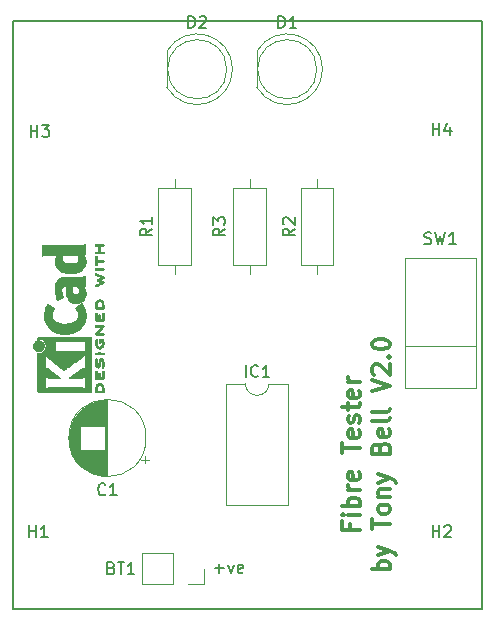
<source format=gbr>
G04 #@! TF.GenerationSoftware,KiCad,Pcbnew,(5.1.0)-1*
G04 #@! TF.CreationDate,2019-06-14T11:01:10+01:00*
G04 #@! TF.ProjectId,Fibre Tester,46696272-6520-4546-9573-7465722e6b69,rev?*
G04 #@! TF.SameCoordinates,Original*
G04 #@! TF.FileFunction,Legend,Top*
G04 #@! TF.FilePolarity,Positive*
%FSLAX46Y46*%
G04 Gerber Fmt 4.6, Leading zero omitted, Abs format (unit mm)*
G04 Created by KiCad (PCBNEW (5.1.0)-1) date 2019-06-14 11:01:10*
%MOMM*%
%LPD*%
G04 APERTURE LIST*
%ADD10C,0.300000*%
%ADD11C,0.150000*%
%ADD12C,0.010000*%
%ADD13C,0.120000*%
G04 APERTURE END LIST*
D10*
X138698857Y-76596142D02*
X138698857Y-77096142D01*
X139484571Y-77096142D02*
X137984571Y-77096142D01*
X137984571Y-76381857D01*
X139484571Y-75810428D02*
X138484571Y-75810428D01*
X137984571Y-75810428D02*
X138056000Y-75881857D01*
X138127428Y-75810428D01*
X138056000Y-75739000D01*
X137984571Y-75810428D01*
X138127428Y-75810428D01*
X139484571Y-75096142D02*
X137984571Y-75096142D01*
X138556000Y-75096142D02*
X138484571Y-74953285D01*
X138484571Y-74667571D01*
X138556000Y-74524714D01*
X138627428Y-74453285D01*
X138770285Y-74381857D01*
X139198857Y-74381857D01*
X139341714Y-74453285D01*
X139413142Y-74524714D01*
X139484571Y-74667571D01*
X139484571Y-74953285D01*
X139413142Y-75096142D01*
X139484571Y-73739000D02*
X138484571Y-73739000D01*
X138770285Y-73739000D02*
X138627428Y-73667571D01*
X138556000Y-73596142D01*
X138484571Y-73453285D01*
X138484571Y-73310428D01*
X139413142Y-72239000D02*
X139484571Y-72381857D01*
X139484571Y-72667571D01*
X139413142Y-72810428D01*
X139270285Y-72881857D01*
X138698857Y-72881857D01*
X138556000Y-72810428D01*
X138484571Y-72667571D01*
X138484571Y-72381857D01*
X138556000Y-72239000D01*
X138698857Y-72167571D01*
X138841714Y-72167571D01*
X138984571Y-72881857D01*
X137984571Y-70596142D02*
X137984571Y-69739000D01*
X139484571Y-70167571D02*
X137984571Y-70167571D01*
X139413142Y-68667571D02*
X139484571Y-68810428D01*
X139484571Y-69096142D01*
X139413142Y-69239000D01*
X139270285Y-69310428D01*
X138698857Y-69310428D01*
X138556000Y-69239000D01*
X138484571Y-69096142D01*
X138484571Y-68810428D01*
X138556000Y-68667571D01*
X138698857Y-68596142D01*
X138841714Y-68596142D01*
X138984571Y-69310428D01*
X139413142Y-68024714D02*
X139484571Y-67881857D01*
X139484571Y-67596142D01*
X139413142Y-67453285D01*
X139270285Y-67381857D01*
X139198857Y-67381857D01*
X139056000Y-67453285D01*
X138984571Y-67596142D01*
X138984571Y-67810428D01*
X138913142Y-67953285D01*
X138770285Y-68024714D01*
X138698857Y-68024714D01*
X138556000Y-67953285D01*
X138484571Y-67810428D01*
X138484571Y-67596142D01*
X138556000Y-67453285D01*
X138484571Y-66953285D02*
X138484571Y-66381857D01*
X137984571Y-66739000D02*
X139270285Y-66739000D01*
X139413142Y-66667571D01*
X139484571Y-66524714D01*
X139484571Y-66381857D01*
X139413142Y-65310428D02*
X139484571Y-65453285D01*
X139484571Y-65739000D01*
X139413142Y-65881857D01*
X139270285Y-65953285D01*
X138698857Y-65953285D01*
X138556000Y-65881857D01*
X138484571Y-65739000D01*
X138484571Y-65453285D01*
X138556000Y-65310428D01*
X138698857Y-65239000D01*
X138841714Y-65239000D01*
X138984571Y-65953285D01*
X139484571Y-64596142D02*
X138484571Y-64596142D01*
X138770285Y-64596142D02*
X138627428Y-64524714D01*
X138556000Y-64453285D01*
X138484571Y-64310428D01*
X138484571Y-64167571D01*
X142034571Y-80453285D02*
X140534571Y-80453285D01*
X141106000Y-80453285D02*
X141034571Y-80310428D01*
X141034571Y-80024714D01*
X141106000Y-79881857D01*
X141177428Y-79810428D01*
X141320285Y-79739000D01*
X141748857Y-79739000D01*
X141891714Y-79810428D01*
X141963142Y-79881857D01*
X142034571Y-80024714D01*
X142034571Y-80310428D01*
X141963142Y-80453285D01*
X141034571Y-79239000D02*
X142034571Y-78881857D01*
X141034571Y-78524714D02*
X142034571Y-78881857D01*
X142391714Y-79024714D01*
X142463142Y-79096142D01*
X142534571Y-79239000D01*
X140534571Y-77024714D02*
X140534571Y-76167571D01*
X142034571Y-76596142D02*
X140534571Y-76596142D01*
X142034571Y-75453285D02*
X141963142Y-75596142D01*
X141891714Y-75667571D01*
X141748857Y-75739000D01*
X141320285Y-75739000D01*
X141177428Y-75667571D01*
X141106000Y-75596142D01*
X141034571Y-75453285D01*
X141034571Y-75239000D01*
X141106000Y-75096142D01*
X141177428Y-75024714D01*
X141320285Y-74953285D01*
X141748857Y-74953285D01*
X141891714Y-75024714D01*
X141963142Y-75096142D01*
X142034571Y-75239000D01*
X142034571Y-75453285D01*
X141034571Y-74310428D02*
X142034571Y-74310428D01*
X141177428Y-74310428D02*
X141106000Y-74239000D01*
X141034571Y-74096142D01*
X141034571Y-73881857D01*
X141106000Y-73739000D01*
X141248857Y-73667571D01*
X142034571Y-73667571D01*
X141034571Y-73096142D02*
X142034571Y-72739000D01*
X141034571Y-72381857D02*
X142034571Y-72739000D01*
X142391714Y-72881857D01*
X142463142Y-72953285D01*
X142534571Y-73096142D01*
X141248857Y-70167571D02*
X141320285Y-69953285D01*
X141391714Y-69881857D01*
X141534571Y-69810428D01*
X141748857Y-69810428D01*
X141891714Y-69881857D01*
X141963142Y-69953285D01*
X142034571Y-70096142D01*
X142034571Y-70667571D01*
X140534571Y-70667571D01*
X140534571Y-70167571D01*
X140606000Y-70024714D01*
X140677428Y-69953285D01*
X140820285Y-69881857D01*
X140963142Y-69881857D01*
X141106000Y-69953285D01*
X141177428Y-70024714D01*
X141248857Y-70167571D01*
X141248857Y-70667571D01*
X141963142Y-68596142D02*
X142034571Y-68739000D01*
X142034571Y-69024714D01*
X141963142Y-69167571D01*
X141820285Y-69239000D01*
X141248857Y-69239000D01*
X141106000Y-69167571D01*
X141034571Y-69024714D01*
X141034571Y-68739000D01*
X141106000Y-68596142D01*
X141248857Y-68524714D01*
X141391714Y-68524714D01*
X141534571Y-69239000D01*
X142034571Y-67667571D02*
X141963142Y-67810428D01*
X141820285Y-67881857D01*
X140534571Y-67881857D01*
X142034571Y-66881857D02*
X141963142Y-67024714D01*
X141820285Y-67096142D01*
X140534571Y-67096142D01*
X140534571Y-65381857D02*
X142034571Y-64881857D01*
X140534571Y-64381857D01*
X140677428Y-63953285D02*
X140606000Y-63881857D01*
X140534571Y-63739000D01*
X140534571Y-63381857D01*
X140606000Y-63239000D01*
X140677428Y-63167571D01*
X140820285Y-63096142D01*
X140963142Y-63096142D01*
X141177428Y-63167571D01*
X142034571Y-64024714D01*
X142034571Y-63096142D01*
X141891714Y-62453285D02*
X141963142Y-62381857D01*
X142034571Y-62453285D01*
X141963142Y-62524714D01*
X141891714Y-62453285D01*
X142034571Y-62453285D01*
X140534571Y-61453285D02*
X140534571Y-61310428D01*
X140606000Y-61167571D01*
X140677428Y-61096142D01*
X140820285Y-61024714D01*
X141106000Y-60953285D01*
X141463142Y-60953285D01*
X141748857Y-61024714D01*
X141891714Y-61096142D01*
X141963142Y-61167571D01*
X142034571Y-61310428D01*
X142034571Y-61453285D01*
X141963142Y-61596142D01*
X141891714Y-61667571D01*
X141748857Y-61739000D01*
X141463142Y-61810428D01*
X141106000Y-61810428D01*
X140820285Y-61739000D01*
X140677428Y-61667571D01*
X140606000Y-61596142D01*
X140534571Y-61453285D01*
D11*
X127206523Y-80335428D02*
X127968428Y-80335428D01*
X127587476Y-80716380D02*
X127587476Y-79954476D01*
X128349380Y-80049714D02*
X128587476Y-80716380D01*
X128825571Y-80049714D01*
X129587476Y-80668761D02*
X129492238Y-80716380D01*
X129301761Y-80716380D01*
X129206523Y-80668761D01*
X129158904Y-80573523D01*
X129158904Y-80192571D01*
X129206523Y-80097333D01*
X129301761Y-80049714D01*
X129492238Y-80049714D01*
X129587476Y-80097333D01*
X129635095Y-80192571D01*
X129635095Y-80287809D01*
X129158904Y-80383047D01*
X110109000Y-34036000D02*
X110109000Y-83820000D01*
X149860000Y-34036000D02*
X110109000Y-34036000D01*
X149860000Y-83820000D02*
X149860000Y-34036000D01*
X110109000Y-83820000D02*
X149860000Y-83820000D01*
D12*
G36*
X117082533Y-52953177D02*
G01*
X117104776Y-52921798D01*
X117132485Y-52894089D01*
X117441920Y-52894089D01*
X117533799Y-52894162D01*
X117605840Y-52894505D01*
X117660780Y-52895308D01*
X117701360Y-52896759D01*
X117730317Y-52899048D01*
X117750391Y-52902364D01*
X117764321Y-52906895D01*
X117774845Y-52912831D01*
X117781100Y-52917486D01*
X117805673Y-52948217D01*
X117808341Y-52983504D01*
X117793271Y-53015755D01*
X117784374Y-53026412D01*
X117772557Y-53033536D01*
X117753526Y-53037833D01*
X117722992Y-53040009D01*
X117676662Y-53040772D01*
X117640871Y-53040845D01*
X117506045Y-53040845D01*
X117506045Y-53537556D01*
X117628700Y-53537556D01*
X117684787Y-53538069D01*
X117723333Y-53540124D01*
X117749361Y-53544492D01*
X117767897Y-53551944D01*
X117781100Y-53560953D01*
X117805604Y-53591856D01*
X117808506Y-53626804D01*
X117791089Y-53660262D01*
X117781959Y-53669396D01*
X117769855Y-53675848D01*
X117751001Y-53680103D01*
X117721620Y-53682648D01*
X117677937Y-53683971D01*
X117616175Y-53684557D01*
X117602000Y-53684625D01*
X117485631Y-53685109D01*
X117389727Y-53685359D01*
X117312177Y-53685277D01*
X117250869Y-53684769D01*
X117203690Y-53683738D01*
X117168530Y-53682087D01*
X117143276Y-53679721D01*
X117125817Y-53676543D01*
X117114041Y-53672456D01*
X117105835Y-53667366D01*
X117099645Y-53661734D01*
X117079844Y-53629872D01*
X117082533Y-53596643D01*
X117104776Y-53565265D01*
X117119126Y-53552567D01*
X117134978Y-53544474D01*
X117157554Y-53539958D01*
X117192078Y-53537994D01*
X117243776Y-53537556D01*
X117359289Y-53537556D01*
X117359289Y-53040845D01*
X117240756Y-53040845D01*
X117186148Y-53040338D01*
X117149275Y-53038302D01*
X117125307Y-53033965D01*
X117109415Y-53026553D01*
X117099645Y-53018267D01*
X117079844Y-52986406D01*
X117082533Y-52953177D01*
X117082533Y-52953177D01*
G37*
X117082533Y-52953177D02*
X117104776Y-52921798D01*
X117132485Y-52894089D01*
X117441920Y-52894089D01*
X117533799Y-52894162D01*
X117605840Y-52894505D01*
X117660780Y-52895308D01*
X117701360Y-52896759D01*
X117730317Y-52899048D01*
X117750391Y-52902364D01*
X117764321Y-52906895D01*
X117774845Y-52912831D01*
X117781100Y-52917486D01*
X117805673Y-52948217D01*
X117808341Y-52983504D01*
X117793271Y-53015755D01*
X117784374Y-53026412D01*
X117772557Y-53033536D01*
X117753526Y-53037833D01*
X117722992Y-53040009D01*
X117676662Y-53040772D01*
X117640871Y-53040845D01*
X117506045Y-53040845D01*
X117506045Y-53537556D01*
X117628700Y-53537556D01*
X117684787Y-53538069D01*
X117723333Y-53540124D01*
X117749361Y-53544492D01*
X117767897Y-53551944D01*
X117781100Y-53560953D01*
X117805604Y-53591856D01*
X117808506Y-53626804D01*
X117791089Y-53660262D01*
X117781959Y-53669396D01*
X117769855Y-53675848D01*
X117751001Y-53680103D01*
X117721620Y-53682648D01*
X117677937Y-53683971D01*
X117616175Y-53684557D01*
X117602000Y-53684625D01*
X117485631Y-53685109D01*
X117389727Y-53685359D01*
X117312177Y-53685277D01*
X117250869Y-53684769D01*
X117203690Y-53683738D01*
X117168530Y-53682087D01*
X117143276Y-53679721D01*
X117125817Y-53676543D01*
X117114041Y-53672456D01*
X117105835Y-53667366D01*
X117099645Y-53661734D01*
X117079844Y-53629872D01*
X117082533Y-53596643D01*
X117104776Y-53565265D01*
X117119126Y-53552567D01*
X117134978Y-53544474D01*
X117157554Y-53539958D01*
X117192078Y-53537994D01*
X117243776Y-53537556D01*
X117359289Y-53537556D01*
X117359289Y-53040845D01*
X117240756Y-53040845D01*
X117186148Y-53040338D01*
X117149275Y-53038302D01*
X117125307Y-53033965D01*
X117109415Y-53026553D01*
X117099645Y-53018267D01*
X117079844Y-52986406D01*
X117082533Y-52953177D01*
G36*
X117077163Y-54218935D02*
G01*
X117077542Y-54140228D01*
X117078333Y-54079137D01*
X117079670Y-54033183D01*
X117081683Y-53999886D01*
X117084506Y-53976764D01*
X117088269Y-53961338D01*
X117093105Y-53951129D01*
X117096822Y-53946187D01*
X117129358Y-53920543D01*
X117163138Y-53917441D01*
X117193826Y-53933289D01*
X117206089Y-53943652D01*
X117214450Y-53954804D01*
X117219657Y-53970965D01*
X117222457Y-53996358D01*
X117223596Y-54035202D01*
X117223821Y-54091720D01*
X117223822Y-54102820D01*
X117223822Y-54248756D01*
X117494756Y-54248756D01*
X117580154Y-54248852D01*
X117645864Y-54249289D01*
X117694774Y-54250288D01*
X117729773Y-54252072D01*
X117753749Y-54254863D01*
X117769593Y-54258883D01*
X117780191Y-54264355D01*
X117788267Y-54271334D01*
X117808112Y-54304266D01*
X117806548Y-54338646D01*
X117783906Y-54369824D01*
X117781100Y-54372114D01*
X117770492Y-54379571D01*
X117758081Y-54385253D01*
X117740850Y-54389399D01*
X117715784Y-54392250D01*
X117679867Y-54394046D01*
X117630083Y-54395028D01*
X117563417Y-54395436D01*
X117487589Y-54395511D01*
X117223822Y-54395511D01*
X117223822Y-54534873D01*
X117223418Y-54594678D01*
X117221840Y-54636082D01*
X117218547Y-54663252D01*
X117212992Y-54680354D01*
X117204631Y-54691557D01*
X117203178Y-54692917D01*
X117169939Y-54709275D01*
X117132362Y-54707828D01*
X117099645Y-54689022D01*
X117093298Y-54681750D01*
X117088266Y-54672373D01*
X117084396Y-54658391D01*
X117081537Y-54637304D01*
X117079535Y-54606611D01*
X117078239Y-54563811D01*
X117077498Y-54506405D01*
X117077158Y-54431890D01*
X117077068Y-54337767D01*
X117077067Y-54317740D01*
X117077163Y-54218935D01*
X117077163Y-54218935D01*
G37*
X117077163Y-54218935D02*
X117077542Y-54140228D01*
X117078333Y-54079137D01*
X117079670Y-54033183D01*
X117081683Y-53999886D01*
X117084506Y-53976764D01*
X117088269Y-53961338D01*
X117093105Y-53951129D01*
X117096822Y-53946187D01*
X117129358Y-53920543D01*
X117163138Y-53917441D01*
X117193826Y-53933289D01*
X117206089Y-53943652D01*
X117214450Y-53954804D01*
X117219657Y-53970965D01*
X117222457Y-53996358D01*
X117223596Y-54035202D01*
X117223821Y-54091720D01*
X117223822Y-54102820D01*
X117223822Y-54248756D01*
X117494756Y-54248756D01*
X117580154Y-54248852D01*
X117645864Y-54249289D01*
X117694774Y-54250288D01*
X117729773Y-54252072D01*
X117753749Y-54254863D01*
X117769593Y-54258883D01*
X117780191Y-54264355D01*
X117788267Y-54271334D01*
X117808112Y-54304266D01*
X117806548Y-54338646D01*
X117783906Y-54369824D01*
X117781100Y-54372114D01*
X117770492Y-54379571D01*
X117758081Y-54385253D01*
X117740850Y-54389399D01*
X117715784Y-54392250D01*
X117679867Y-54394046D01*
X117630083Y-54395028D01*
X117563417Y-54395436D01*
X117487589Y-54395511D01*
X117223822Y-54395511D01*
X117223822Y-54534873D01*
X117223418Y-54594678D01*
X117221840Y-54636082D01*
X117218547Y-54663252D01*
X117212992Y-54680354D01*
X117204631Y-54691557D01*
X117203178Y-54692917D01*
X117169939Y-54709275D01*
X117132362Y-54707828D01*
X117099645Y-54689022D01*
X117093298Y-54681750D01*
X117088266Y-54672373D01*
X117084396Y-54658391D01*
X117081537Y-54637304D01*
X117079535Y-54606611D01*
X117078239Y-54563811D01*
X117077498Y-54506405D01*
X117077158Y-54431890D01*
X117077068Y-54337767D01*
X117077067Y-54317740D01*
X117077163Y-54218935D01*
G36*
X117083877Y-54993386D02*
G01*
X117098647Y-54969673D01*
X117120227Y-54943022D01*
X117441773Y-54943022D01*
X117535830Y-54943107D01*
X117609932Y-54943471D01*
X117666704Y-54944276D01*
X117708768Y-54945687D01*
X117738748Y-54947867D01*
X117759267Y-54950979D01*
X117772949Y-54955186D01*
X117782416Y-54960652D01*
X117787082Y-54964528D01*
X117807575Y-54995966D01*
X117806739Y-55031767D01*
X117789264Y-55063127D01*
X117767684Y-55089778D01*
X117120227Y-55089778D01*
X117098647Y-55063127D01*
X117082949Y-55037406D01*
X117077067Y-55016400D01*
X117083877Y-54993386D01*
X117083877Y-54993386D01*
G37*
X117083877Y-54993386D02*
X117098647Y-54969673D01*
X117120227Y-54943022D01*
X117441773Y-54943022D01*
X117535830Y-54943107D01*
X117609932Y-54943471D01*
X117666704Y-54944276D01*
X117708768Y-54945687D01*
X117738748Y-54947867D01*
X117759267Y-54950979D01*
X117772949Y-54955186D01*
X117782416Y-54960652D01*
X117787082Y-54964528D01*
X117807575Y-54995966D01*
X117806739Y-55031767D01*
X117789264Y-55063127D01*
X117767684Y-55089778D01*
X117120227Y-55089778D01*
X117098647Y-55063127D01*
X117082949Y-55037406D01*
X117077067Y-55016400D01*
X117083877Y-54993386D01*
G36*
X117079034Y-55437335D02*
G01*
X117086035Y-55417745D01*
X117086377Y-55416990D01*
X117106678Y-55390387D01*
X117127561Y-55375730D01*
X117137352Y-55372862D01*
X117150361Y-55373004D01*
X117168895Y-55377039D01*
X117195257Y-55385854D01*
X117231752Y-55400331D01*
X117280687Y-55421355D01*
X117344365Y-55449812D01*
X117425093Y-55486585D01*
X117469216Y-55506825D01*
X117547985Y-55543375D01*
X117620423Y-55577685D01*
X117683880Y-55608448D01*
X117735708Y-55634352D01*
X117773259Y-55654090D01*
X117793884Y-55666350D01*
X117796733Y-55668776D01*
X117809302Y-55699817D01*
X117807619Y-55734879D01*
X117792332Y-55763000D01*
X117791089Y-55764146D01*
X117774154Y-55775332D01*
X117741170Y-55794096D01*
X117696380Y-55818125D01*
X117644032Y-55845103D01*
X117624742Y-55854799D01*
X117478150Y-55927986D01*
X117637393Y-56007760D01*
X117692415Y-56036233D01*
X117740132Y-56062650D01*
X117776893Y-56084852D01*
X117799044Y-56100681D01*
X117803741Y-56106046D01*
X117810102Y-56147743D01*
X117796733Y-56182151D01*
X117782446Y-56192272D01*
X117750692Y-56209786D01*
X117704597Y-56233265D01*
X117647285Y-56261280D01*
X117581880Y-56292401D01*
X117511507Y-56325201D01*
X117439291Y-56358250D01*
X117368355Y-56390119D01*
X117301825Y-56419381D01*
X117242826Y-56444605D01*
X117194481Y-56464364D01*
X117159915Y-56477228D01*
X117142253Y-56481769D01*
X117141613Y-56481723D01*
X117119388Y-56470674D01*
X117096753Y-56448590D01*
X117095768Y-56447290D01*
X117080425Y-56420147D01*
X117080574Y-56395042D01*
X117083466Y-56385632D01*
X117089718Y-56374166D01*
X117102014Y-56361990D01*
X117122908Y-56347643D01*
X117154949Y-56329664D01*
X117200688Y-56306593D01*
X117262677Y-56276970D01*
X117319898Y-56250255D01*
X117386226Y-56219520D01*
X117445874Y-56191979D01*
X117495725Y-56169062D01*
X117532664Y-56152202D01*
X117553573Y-56142827D01*
X117556845Y-56141460D01*
X117551497Y-56135311D01*
X117529109Y-56121178D01*
X117492946Y-56100943D01*
X117446277Y-56076485D01*
X117427022Y-56066752D01*
X117362004Y-56033783D01*
X117314654Y-56008357D01*
X117282219Y-55988388D01*
X117261946Y-55971790D01*
X117251082Y-55956476D01*
X117246875Y-55940360D01*
X117246400Y-55929857D01*
X117248042Y-55911330D01*
X117254831Y-55895096D01*
X117269566Y-55878965D01*
X117295044Y-55860749D01*
X117334061Y-55838261D01*
X117389414Y-55809311D01*
X117420903Y-55793338D01*
X117471087Y-55767430D01*
X117512704Y-55744833D01*
X117542242Y-55727542D01*
X117556189Y-55717550D01*
X117556770Y-55716191D01*
X117545793Y-55709739D01*
X117517290Y-55695292D01*
X117474244Y-55674297D01*
X117419638Y-55648203D01*
X117356454Y-55618454D01*
X117325071Y-55603820D01*
X117244078Y-55565750D01*
X117181756Y-55535095D01*
X117136071Y-55510263D01*
X117104989Y-55489663D01*
X117086478Y-55471702D01*
X117078504Y-55454790D01*
X117079034Y-55437335D01*
X117079034Y-55437335D01*
G37*
X117079034Y-55437335D02*
X117086035Y-55417745D01*
X117086377Y-55416990D01*
X117106678Y-55390387D01*
X117127561Y-55375730D01*
X117137352Y-55372862D01*
X117150361Y-55373004D01*
X117168895Y-55377039D01*
X117195257Y-55385854D01*
X117231752Y-55400331D01*
X117280687Y-55421355D01*
X117344365Y-55449812D01*
X117425093Y-55486585D01*
X117469216Y-55506825D01*
X117547985Y-55543375D01*
X117620423Y-55577685D01*
X117683880Y-55608448D01*
X117735708Y-55634352D01*
X117773259Y-55654090D01*
X117793884Y-55666350D01*
X117796733Y-55668776D01*
X117809302Y-55699817D01*
X117807619Y-55734879D01*
X117792332Y-55763000D01*
X117791089Y-55764146D01*
X117774154Y-55775332D01*
X117741170Y-55794096D01*
X117696380Y-55818125D01*
X117644032Y-55845103D01*
X117624742Y-55854799D01*
X117478150Y-55927986D01*
X117637393Y-56007760D01*
X117692415Y-56036233D01*
X117740132Y-56062650D01*
X117776893Y-56084852D01*
X117799044Y-56100681D01*
X117803741Y-56106046D01*
X117810102Y-56147743D01*
X117796733Y-56182151D01*
X117782446Y-56192272D01*
X117750692Y-56209786D01*
X117704597Y-56233265D01*
X117647285Y-56261280D01*
X117581880Y-56292401D01*
X117511507Y-56325201D01*
X117439291Y-56358250D01*
X117368355Y-56390119D01*
X117301825Y-56419381D01*
X117242826Y-56444605D01*
X117194481Y-56464364D01*
X117159915Y-56477228D01*
X117142253Y-56481769D01*
X117141613Y-56481723D01*
X117119388Y-56470674D01*
X117096753Y-56448590D01*
X117095768Y-56447290D01*
X117080425Y-56420147D01*
X117080574Y-56395042D01*
X117083466Y-56385632D01*
X117089718Y-56374166D01*
X117102014Y-56361990D01*
X117122908Y-56347643D01*
X117154949Y-56329664D01*
X117200688Y-56306593D01*
X117262677Y-56276970D01*
X117319898Y-56250255D01*
X117386226Y-56219520D01*
X117445874Y-56191979D01*
X117495725Y-56169062D01*
X117532664Y-56152202D01*
X117553573Y-56142827D01*
X117556845Y-56141460D01*
X117551497Y-56135311D01*
X117529109Y-56121178D01*
X117492946Y-56100943D01*
X117446277Y-56076485D01*
X117427022Y-56066752D01*
X117362004Y-56033783D01*
X117314654Y-56008357D01*
X117282219Y-55988388D01*
X117261946Y-55971790D01*
X117251082Y-55956476D01*
X117246875Y-55940360D01*
X117246400Y-55929857D01*
X117248042Y-55911330D01*
X117254831Y-55895096D01*
X117269566Y-55878965D01*
X117295044Y-55860749D01*
X117334061Y-55838261D01*
X117389414Y-55809311D01*
X117420903Y-55793338D01*
X117471087Y-55767430D01*
X117512704Y-55744833D01*
X117542242Y-55727542D01*
X117556189Y-55717550D01*
X117556770Y-55716191D01*
X117545793Y-55709739D01*
X117517290Y-55695292D01*
X117474244Y-55674297D01*
X117419638Y-55648203D01*
X117356454Y-55618454D01*
X117325071Y-55603820D01*
X117244078Y-55565750D01*
X117181756Y-55535095D01*
X117136071Y-55510263D01*
X117104989Y-55489663D01*
X117086478Y-55471702D01*
X117078504Y-55454790D01*
X117079034Y-55437335D01*
G36*
X117077275Y-58163691D02*
G01*
X117081636Y-58034712D01*
X117094861Y-57925009D01*
X117117741Y-57832774D01*
X117151070Y-57756198D01*
X117195638Y-57693473D01*
X117252236Y-57642788D01*
X117321658Y-57602337D01*
X117323351Y-57601541D01*
X117385483Y-57577399D01*
X117440509Y-57568797D01*
X117495887Y-57575769D01*
X117559073Y-57598346D01*
X117568689Y-57602628D01*
X117624966Y-57631828D01*
X117668451Y-57664644D01*
X117705417Y-57706998D01*
X117742135Y-57764810D01*
X117744052Y-57768169D01*
X117768227Y-57818496D01*
X117786282Y-57875379D01*
X117798839Y-57942473D01*
X117806522Y-58023435D01*
X117809953Y-58121918D01*
X117810251Y-58156714D01*
X117810845Y-58322406D01*
X117781100Y-58345803D01*
X117771319Y-58352743D01*
X117759897Y-58358158D01*
X117744095Y-58362235D01*
X117721175Y-58365163D01*
X117688396Y-58367133D01*
X117664089Y-58367775D01*
X117664089Y-58211156D01*
X117664089Y-58117274D01*
X117662483Y-58062336D01*
X117658255Y-58005940D01*
X117652292Y-57959655D01*
X117651790Y-57956861D01*
X117629736Y-57874652D01*
X117596600Y-57810886D01*
X117550847Y-57763548D01*
X117490939Y-57730618D01*
X117475061Y-57724892D01*
X117450333Y-57719279D01*
X117425902Y-57721709D01*
X117393400Y-57733533D01*
X117377434Y-57740660D01*
X117335006Y-57764000D01*
X117305240Y-57792120D01*
X117284511Y-57823060D01*
X117257537Y-57885034D01*
X117237998Y-57964349D01*
X117226746Y-58056747D01*
X117224270Y-58123667D01*
X117223822Y-58211156D01*
X117664089Y-58211156D01*
X117664089Y-58367775D01*
X117643021Y-58368332D01*
X117582311Y-58368950D01*
X117503526Y-58369175D01*
X117441920Y-58369200D01*
X117132485Y-58369200D01*
X117104776Y-58341491D01*
X117093544Y-58329194D01*
X117085853Y-58315897D01*
X117081040Y-58297328D01*
X117078446Y-58269214D01*
X117077410Y-58227283D01*
X117077270Y-58167263D01*
X117077275Y-58163691D01*
X117077275Y-58163691D01*
G37*
X117077275Y-58163691D02*
X117081636Y-58034712D01*
X117094861Y-57925009D01*
X117117741Y-57832774D01*
X117151070Y-57756198D01*
X117195638Y-57693473D01*
X117252236Y-57642788D01*
X117321658Y-57602337D01*
X117323351Y-57601541D01*
X117385483Y-57577399D01*
X117440509Y-57568797D01*
X117495887Y-57575769D01*
X117559073Y-57598346D01*
X117568689Y-57602628D01*
X117624966Y-57631828D01*
X117668451Y-57664644D01*
X117705417Y-57706998D01*
X117742135Y-57764810D01*
X117744052Y-57768169D01*
X117768227Y-57818496D01*
X117786282Y-57875379D01*
X117798839Y-57942473D01*
X117806522Y-58023435D01*
X117809953Y-58121918D01*
X117810251Y-58156714D01*
X117810845Y-58322406D01*
X117781100Y-58345803D01*
X117771319Y-58352743D01*
X117759897Y-58358158D01*
X117744095Y-58362235D01*
X117721175Y-58365163D01*
X117688396Y-58367133D01*
X117664089Y-58367775D01*
X117664089Y-58211156D01*
X117664089Y-58117274D01*
X117662483Y-58062336D01*
X117658255Y-58005940D01*
X117652292Y-57959655D01*
X117651790Y-57956861D01*
X117629736Y-57874652D01*
X117596600Y-57810886D01*
X117550847Y-57763548D01*
X117490939Y-57730618D01*
X117475061Y-57724892D01*
X117450333Y-57719279D01*
X117425902Y-57721709D01*
X117393400Y-57733533D01*
X117377434Y-57740660D01*
X117335006Y-57764000D01*
X117305240Y-57792120D01*
X117284511Y-57823060D01*
X117257537Y-57885034D01*
X117237998Y-57964349D01*
X117226746Y-58056747D01*
X117224270Y-58123667D01*
X117223822Y-58211156D01*
X117664089Y-58211156D01*
X117664089Y-58367775D01*
X117643021Y-58368332D01*
X117582311Y-58368950D01*
X117503526Y-58369175D01*
X117441920Y-58369200D01*
X117132485Y-58369200D01*
X117104776Y-58341491D01*
X117093544Y-58329194D01*
X117085853Y-58315897D01*
X117081040Y-58297328D01*
X117078446Y-58269214D01*
X117077410Y-58227283D01*
X117077270Y-58167263D01*
X117077275Y-58163691D01*
G36*
X117077260Y-58951657D02*
G01*
X117078174Y-58875299D01*
X117080311Y-58816783D01*
X117084175Y-58773745D01*
X117090267Y-58743817D01*
X117099090Y-58724632D01*
X117111146Y-58713824D01*
X117126939Y-58709027D01*
X117146970Y-58707873D01*
X117149335Y-58707867D01*
X117171992Y-58708869D01*
X117189503Y-58713604D01*
X117202574Y-58724667D01*
X117211913Y-58744652D01*
X117218227Y-58776154D01*
X117222222Y-58821768D01*
X117224606Y-58884087D01*
X117226086Y-58965707D01*
X117226414Y-58990723D01*
X117229467Y-59232800D01*
X117294378Y-59236186D01*
X117359289Y-59239571D01*
X117359289Y-59071424D01*
X117359531Y-59005734D01*
X117360556Y-58958828D01*
X117362811Y-58926917D01*
X117366742Y-58906209D01*
X117372798Y-58892916D01*
X117381424Y-58883245D01*
X117381493Y-58883183D01*
X117415112Y-58865644D01*
X117451448Y-58866278D01*
X117482423Y-58884686D01*
X117485607Y-58888329D01*
X117493812Y-58901259D01*
X117499521Y-58918976D01*
X117503162Y-58945430D01*
X117505167Y-58984568D01*
X117505964Y-59040338D01*
X117506045Y-59076006D01*
X117506045Y-59238445D01*
X117664089Y-59238445D01*
X117664089Y-58991839D01*
X117664231Y-58910420D01*
X117664814Y-58848590D01*
X117666068Y-58803363D01*
X117668227Y-58771752D01*
X117671523Y-58750769D01*
X117676189Y-58737427D01*
X117682457Y-58728739D01*
X117684733Y-58726550D01*
X117716280Y-58710386D01*
X117752168Y-58709203D01*
X117783285Y-58722464D01*
X117793271Y-58732957D01*
X117798769Y-58743871D01*
X117803022Y-58760783D01*
X117806180Y-58786367D01*
X117808392Y-58823299D01*
X117809806Y-58874254D01*
X117810572Y-58941906D01*
X117810838Y-59028931D01*
X117810845Y-59048606D01*
X117810787Y-59137089D01*
X117810467Y-59205773D01*
X117809667Y-59257436D01*
X117808167Y-59294855D01*
X117805749Y-59320810D01*
X117802194Y-59338078D01*
X117797282Y-59349438D01*
X117790795Y-59357668D01*
X117786138Y-59362183D01*
X117777889Y-59368979D01*
X117767669Y-59374288D01*
X117752800Y-59378294D01*
X117730602Y-59381179D01*
X117698393Y-59383126D01*
X117653496Y-59384319D01*
X117593228Y-59384939D01*
X117514911Y-59385171D01*
X117448994Y-59385200D01*
X117356628Y-59385129D01*
X117284117Y-59384792D01*
X117228737Y-59384002D01*
X117187765Y-59382574D01*
X117158478Y-59380321D01*
X117138153Y-59377057D01*
X117124066Y-59372596D01*
X117113495Y-59366752D01*
X117106811Y-59361803D01*
X117077067Y-59338406D01*
X117077067Y-59048226D01*
X117077260Y-58951657D01*
X117077260Y-58951657D01*
G37*
X117077260Y-58951657D02*
X117078174Y-58875299D01*
X117080311Y-58816783D01*
X117084175Y-58773745D01*
X117090267Y-58743817D01*
X117099090Y-58724632D01*
X117111146Y-58713824D01*
X117126939Y-58709027D01*
X117146970Y-58707873D01*
X117149335Y-58707867D01*
X117171992Y-58708869D01*
X117189503Y-58713604D01*
X117202574Y-58724667D01*
X117211913Y-58744652D01*
X117218227Y-58776154D01*
X117222222Y-58821768D01*
X117224606Y-58884087D01*
X117226086Y-58965707D01*
X117226414Y-58990723D01*
X117229467Y-59232800D01*
X117294378Y-59236186D01*
X117359289Y-59239571D01*
X117359289Y-59071424D01*
X117359531Y-59005734D01*
X117360556Y-58958828D01*
X117362811Y-58926917D01*
X117366742Y-58906209D01*
X117372798Y-58892916D01*
X117381424Y-58883245D01*
X117381493Y-58883183D01*
X117415112Y-58865644D01*
X117451448Y-58866278D01*
X117482423Y-58884686D01*
X117485607Y-58888329D01*
X117493812Y-58901259D01*
X117499521Y-58918976D01*
X117503162Y-58945430D01*
X117505167Y-58984568D01*
X117505964Y-59040338D01*
X117506045Y-59076006D01*
X117506045Y-59238445D01*
X117664089Y-59238445D01*
X117664089Y-58991839D01*
X117664231Y-58910420D01*
X117664814Y-58848590D01*
X117666068Y-58803363D01*
X117668227Y-58771752D01*
X117671523Y-58750769D01*
X117676189Y-58737427D01*
X117682457Y-58728739D01*
X117684733Y-58726550D01*
X117716280Y-58710386D01*
X117752168Y-58709203D01*
X117783285Y-58722464D01*
X117793271Y-58732957D01*
X117798769Y-58743871D01*
X117803022Y-58760783D01*
X117806180Y-58786367D01*
X117808392Y-58823299D01*
X117809806Y-58874254D01*
X117810572Y-58941906D01*
X117810838Y-59028931D01*
X117810845Y-59048606D01*
X117810787Y-59137089D01*
X117810467Y-59205773D01*
X117809667Y-59257436D01*
X117808167Y-59294855D01*
X117805749Y-59320810D01*
X117802194Y-59338078D01*
X117797282Y-59349438D01*
X117790795Y-59357668D01*
X117786138Y-59362183D01*
X117777889Y-59368979D01*
X117767669Y-59374288D01*
X117752800Y-59378294D01*
X117730602Y-59381179D01*
X117698393Y-59383126D01*
X117653496Y-59384319D01*
X117593228Y-59384939D01*
X117514911Y-59385171D01*
X117448994Y-59385200D01*
X117356628Y-59385129D01*
X117284117Y-59384792D01*
X117228737Y-59384002D01*
X117187765Y-59382574D01*
X117158478Y-59380321D01*
X117138153Y-59377057D01*
X117124066Y-59372596D01*
X117113495Y-59366752D01*
X117106811Y-59361803D01*
X117077067Y-59338406D01*
X117077067Y-59048226D01*
X117077260Y-58951657D01*
G36*
X117081448Y-60482114D02*
G01*
X117095273Y-60458548D01*
X117117881Y-60427735D01*
X117150338Y-60388078D01*
X117193708Y-60337980D01*
X117249058Y-60275843D01*
X117317451Y-60200072D01*
X117396084Y-60113334D01*
X117559878Y-59932711D01*
X117340029Y-59927067D01*
X117264351Y-59925029D01*
X117207994Y-59923063D01*
X117167706Y-59920734D01*
X117140235Y-59917606D01*
X117122329Y-59913245D01*
X117110737Y-59907216D01*
X117102208Y-59899084D01*
X117098623Y-59894772D01*
X117079670Y-59860241D01*
X117082441Y-59827383D01*
X117098633Y-59801318D01*
X117120199Y-59774667D01*
X117435151Y-59771352D01*
X117527779Y-59770435D01*
X117600544Y-59769968D01*
X117656161Y-59770113D01*
X117697342Y-59771032D01*
X117726803Y-59772887D01*
X117747255Y-59775839D01*
X117761413Y-59780050D01*
X117771991Y-59785682D01*
X117780474Y-59791927D01*
X117796207Y-59805439D01*
X117806636Y-59818883D01*
X117810639Y-59834124D01*
X117807094Y-59853026D01*
X117794879Y-59877455D01*
X117772871Y-59909273D01*
X117739949Y-59950348D01*
X117694991Y-60002542D01*
X117636875Y-60067722D01*
X117570099Y-60141556D01*
X117329458Y-60406845D01*
X117548589Y-60412489D01*
X117624128Y-60414531D01*
X117680354Y-60416502D01*
X117720524Y-60418839D01*
X117747896Y-60421981D01*
X117765728Y-60426364D01*
X117777279Y-60432424D01*
X117785807Y-60440600D01*
X117789282Y-60444784D01*
X117808372Y-60481765D01*
X117805493Y-60516708D01*
X117781100Y-60547136D01*
X117771286Y-60554097D01*
X117759826Y-60559523D01*
X117743968Y-60563603D01*
X117720963Y-60566529D01*
X117688062Y-60568492D01*
X117642516Y-60569683D01*
X117581573Y-60570292D01*
X117502486Y-60570511D01*
X117443956Y-60570534D01*
X117352407Y-60570460D01*
X117280687Y-60570113D01*
X117226045Y-60569301D01*
X117185732Y-60567833D01*
X117156998Y-60565519D01*
X117137093Y-60562167D01*
X117123268Y-60557588D01*
X117112772Y-60551589D01*
X117106811Y-60547136D01*
X117092691Y-60535850D01*
X117082029Y-60525301D01*
X117075892Y-60513893D01*
X117075343Y-60500030D01*
X117081448Y-60482114D01*
X117081448Y-60482114D01*
G37*
X117081448Y-60482114D02*
X117095273Y-60458548D01*
X117117881Y-60427735D01*
X117150338Y-60388078D01*
X117193708Y-60337980D01*
X117249058Y-60275843D01*
X117317451Y-60200072D01*
X117396084Y-60113334D01*
X117559878Y-59932711D01*
X117340029Y-59927067D01*
X117264351Y-59925029D01*
X117207994Y-59923063D01*
X117167706Y-59920734D01*
X117140235Y-59917606D01*
X117122329Y-59913245D01*
X117110737Y-59907216D01*
X117102208Y-59899084D01*
X117098623Y-59894772D01*
X117079670Y-59860241D01*
X117082441Y-59827383D01*
X117098633Y-59801318D01*
X117120199Y-59774667D01*
X117435151Y-59771352D01*
X117527779Y-59770435D01*
X117600544Y-59769968D01*
X117656161Y-59770113D01*
X117697342Y-59771032D01*
X117726803Y-59772887D01*
X117747255Y-59775839D01*
X117761413Y-59780050D01*
X117771991Y-59785682D01*
X117780474Y-59791927D01*
X117796207Y-59805439D01*
X117806636Y-59818883D01*
X117810639Y-59834124D01*
X117807094Y-59853026D01*
X117794879Y-59877455D01*
X117772871Y-59909273D01*
X117739949Y-59950348D01*
X117694991Y-60002542D01*
X117636875Y-60067722D01*
X117570099Y-60141556D01*
X117329458Y-60406845D01*
X117548589Y-60412489D01*
X117624128Y-60414531D01*
X117680354Y-60416502D01*
X117720524Y-60418839D01*
X117747896Y-60421981D01*
X117765728Y-60426364D01*
X117777279Y-60432424D01*
X117785807Y-60440600D01*
X117789282Y-60444784D01*
X117808372Y-60481765D01*
X117805493Y-60516708D01*
X117781100Y-60547136D01*
X117771286Y-60554097D01*
X117759826Y-60559523D01*
X117743968Y-60563603D01*
X117720963Y-60566529D01*
X117688062Y-60568492D01*
X117642516Y-60569683D01*
X117581573Y-60570292D01*
X117502486Y-60570511D01*
X117443956Y-60570534D01*
X117352407Y-60570460D01*
X117280687Y-60570113D01*
X117226045Y-60569301D01*
X117185732Y-60567833D01*
X117156998Y-60565519D01*
X117137093Y-60562167D01*
X117123268Y-60557588D01*
X117112772Y-60551589D01*
X117106811Y-60547136D01*
X117092691Y-60535850D01*
X117082029Y-60525301D01*
X117075892Y-60513893D01*
X117075343Y-60500030D01*
X117081448Y-60482114D01*
G36*
X117082599Y-61132081D02*
G01*
X117094095Y-61063565D01*
X117111967Y-61010943D01*
X117135499Y-60976708D01*
X117148924Y-60967379D01*
X117180148Y-60957893D01*
X117208395Y-60964277D01*
X117235182Y-60984430D01*
X117247713Y-61015745D01*
X117246696Y-61061183D01*
X117239906Y-61096326D01*
X117226971Y-61174419D01*
X117225742Y-61254226D01*
X117236241Y-61343555D01*
X117240690Y-61368229D01*
X117264108Y-61451291D01*
X117298945Y-61516273D01*
X117344604Y-61562461D01*
X117400494Y-61589145D01*
X117429388Y-61594663D01*
X117488012Y-61591051D01*
X117539879Y-61567729D01*
X117583978Y-61526824D01*
X117619299Y-61470459D01*
X117644829Y-61400760D01*
X117659559Y-61319852D01*
X117662478Y-61229860D01*
X117652575Y-61132910D01*
X117651641Y-61127436D01*
X117644459Y-61088875D01*
X117637521Y-61067494D01*
X117627227Y-61058227D01*
X117609976Y-61056006D01*
X117600841Y-61055956D01*
X117562489Y-61055956D01*
X117562489Y-61124431D01*
X117558347Y-61184900D01*
X117545147Y-61226165D01*
X117521730Y-61250175D01*
X117486936Y-61258877D01*
X117482394Y-61258983D01*
X117452654Y-61253892D01*
X117431419Y-61236433D01*
X117417366Y-61203939D01*
X117409173Y-61153743D01*
X117406161Y-61105123D01*
X117404433Y-61034456D01*
X117407070Y-60983198D01*
X117416800Y-60948239D01*
X117436353Y-60926470D01*
X117468456Y-60914780D01*
X117515838Y-60910060D01*
X117578071Y-60909200D01*
X117647535Y-60910609D01*
X117694786Y-60914848D01*
X117720012Y-60921936D01*
X117721988Y-60923311D01*
X117753508Y-60962228D01*
X117778470Y-61019286D01*
X117796340Y-61090869D01*
X117806586Y-61173358D01*
X117808673Y-61263139D01*
X117802068Y-61356592D01*
X117793956Y-61411556D01*
X117769554Y-61497766D01*
X117729662Y-61577892D01*
X117677887Y-61644977D01*
X117667539Y-61655173D01*
X117624035Y-61688302D01*
X117570118Y-61718194D01*
X117513592Y-61741357D01*
X117462259Y-61754298D01*
X117442544Y-61755858D01*
X117401419Y-61749218D01*
X117350252Y-61731568D01*
X117296394Y-61706297D01*
X117247195Y-61676789D01*
X117214334Y-61650719D01*
X117165452Y-61589765D01*
X117126545Y-61510969D01*
X117098494Y-61417157D01*
X117082179Y-61311150D01*
X117078192Y-61214000D01*
X117082599Y-61132081D01*
X117082599Y-61132081D01*
G37*
X117082599Y-61132081D02*
X117094095Y-61063565D01*
X117111967Y-61010943D01*
X117135499Y-60976708D01*
X117148924Y-60967379D01*
X117180148Y-60957893D01*
X117208395Y-60964277D01*
X117235182Y-60984430D01*
X117247713Y-61015745D01*
X117246696Y-61061183D01*
X117239906Y-61096326D01*
X117226971Y-61174419D01*
X117225742Y-61254226D01*
X117236241Y-61343555D01*
X117240690Y-61368229D01*
X117264108Y-61451291D01*
X117298945Y-61516273D01*
X117344604Y-61562461D01*
X117400494Y-61589145D01*
X117429388Y-61594663D01*
X117488012Y-61591051D01*
X117539879Y-61567729D01*
X117583978Y-61526824D01*
X117619299Y-61470459D01*
X117644829Y-61400760D01*
X117659559Y-61319852D01*
X117662478Y-61229860D01*
X117652575Y-61132910D01*
X117651641Y-61127436D01*
X117644459Y-61088875D01*
X117637521Y-61067494D01*
X117627227Y-61058227D01*
X117609976Y-61056006D01*
X117600841Y-61055956D01*
X117562489Y-61055956D01*
X117562489Y-61124431D01*
X117558347Y-61184900D01*
X117545147Y-61226165D01*
X117521730Y-61250175D01*
X117486936Y-61258877D01*
X117482394Y-61258983D01*
X117452654Y-61253892D01*
X117431419Y-61236433D01*
X117417366Y-61203939D01*
X117409173Y-61153743D01*
X117406161Y-61105123D01*
X117404433Y-61034456D01*
X117407070Y-60983198D01*
X117416800Y-60948239D01*
X117436353Y-60926470D01*
X117468456Y-60914780D01*
X117515838Y-60910060D01*
X117578071Y-60909200D01*
X117647535Y-60910609D01*
X117694786Y-60914848D01*
X117720012Y-60921936D01*
X117721988Y-60923311D01*
X117753508Y-60962228D01*
X117778470Y-61019286D01*
X117796340Y-61090869D01*
X117806586Y-61173358D01*
X117808673Y-61263139D01*
X117802068Y-61356592D01*
X117793956Y-61411556D01*
X117769554Y-61497766D01*
X117729662Y-61577892D01*
X117677887Y-61644977D01*
X117667539Y-61655173D01*
X117624035Y-61688302D01*
X117570118Y-61718194D01*
X117513592Y-61741357D01*
X117462259Y-61754298D01*
X117442544Y-61755858D01*
X117401419Y-61749218D01*
X117350252Y-61731568D01*
X117296394Y-61706297D01*
X117247195Y-61676789D01*
X117214334Y-61650719D01*
X117165452Y-61589765D01*
X117126545Y-61510969D01*
X117098494Y-61417157D01*
X117082179Y-61311150D01*
X117078192Y-61214000D01*
X117082599Y-61132081D01*
G36*
X117099645Y-62105822D02*
G01*
X117107218Y-62099242D01*
X117116987Y-62094079D01*
X117131571Y-62090164D01*
X117153585Y-62087324D01*
X117185648Y-62085387D01*
X117230375Y-62084183D01*
X117290385Y-62083539D01*
X117368294Y-62083284D01*
X117443956Y-62083245D01*
X117537802Y-62083314D01*
X117611689Y-62083638D01*
X117668232Y-62084386D01*
X117710049Y-62085732D01*
X117739757Y-62087846D01*
X117759973Y-62090900D01*
X117773314Y-62095066D01*
X117782398Y-62100516D01*
X117788267Y-62105822D01*
X117807947Y-62138826D01*
X117806181Y-62173991D01*
X117784717Y-62205455D01*
X117776337Y-62212684D01*
X117766614Y-62218334D01*
X117752861Y-62222599D01*
X117732389Y-62225673D01*
X117702512Y-62227752D01*
X117660541Y-62229030D01*
X117603789Y-62229701D01*
X117529567Y-62229959D01*
X117445537Y-62230000D01*
X117132485Y-62230000D01*
X117104776Y-62202291D01*
X117081463Y-62168137D01*
X117080623Y-62135006D01*
X117099645Y-62105822D01*
X117099645Y-62105822D01*
G37*
X117099645Y-62105822D02*
X117107218Y-62099242D01*
X117116987Y-62094079D01*
X117131571Y-62090164D01*
X117153585Y-62087324D01*
X117185648Y-62085387D01*
X117230375Y-62084183D01*
X117290385Y-62083539D01*
X117368294Y-62083284D01*
X117443956Y-62083245D01*
X117537802Y-62083314D01*
X117611689Y-62083638D01*
X117668232Y-62084386D01*
X117710049Y-62085732D01*
X117739757Y-62087846D01*
X117759973Y-62090900D01*
X117773314Y-62095066D01*
X117782398Y-62100516D01*
X117788267Y-62105822D01*
X117807947Y-62138826D01*
X117806181Y-62173991D01*
X117784717Y-62205455D01*
X117776337Y-62212684D01*
X117766614Y-62218334D01*
X117752861Y-62222599D01*
X117732389Y-62225673D01*
X117702512Y-62227752D01*
X117660541Y-62229030D01*
X117603789Y-62229701D01*
X117529567Y-62229959D01*
X117445537Y-62230000D01*
X117132485Y-62230000D01*
X117104776Y-62202291D01*
X117081463Y-62168137D01*
X117080623Y-62135006D01*
X117099645Y-62105822D01*
G36*
X117078351Y-62873703D02*
G01*
X117083581Y-62798888D01*
X117091750Y-62729306D01*
X117102550Y-62669002D01*
X117115673Y-62622020D01*
X117130813Y-62592406D01*
X117135269Y-62587860D01*
X117169850Y-62572054D01*
X117205351Y-62576847D01*
X117235725Y-62601364D01*
X117236596Y-62602534D01*
X117245954Y-62616954D01*
X117250876Y-62632008D01*
X117251473Y-62653005D01*
X117247861Y-62685257D01*
X117240154Y-62734073D01*
X117239505Y-62738000D01*
X117230569Y-62810739D01*
X117226161Y-62889217D01*
X117226119Y-62967927D01*
X117230279Y-63041361D01*
X117238479Y-63104011D01*
X117250557Y-63150370D01*
X117251771Y-63153416D01*
X117270615Y-63187048D01*
X117289685Y-63198864D01*
X117308439Y-63189614D01*
X117326337Y-63160047D01*
X117342837Y-63110911D01*
X117357396Y-63042957D01*
X117364406Y-62997645D01*
X117377889Y-62903456D01*
X117390214Y-62828544D01*
X117402449Y-62769717D01*
X117415661Y-62723785D01*
X117430917Y-62687555D01*
X117449285Y-62657838D01*
X117471831Y-62631442D01*
X117493971Y-62610230D01*
X117524819Y-62585065D01*
X117551345Y-62572681D01*
X117584026Y-62568808D01*
X117595995Y-62568667D01*
X117635712Y-62571576D01*
X117665259Y-62583202D01*
X117691486Y-62603323D01*
X117731576Y-62644216D01*
X117762149Y-62689817D01*
X117784203Y-62743513D01*
X117798735Y-62808692D01*
X117806741Y-62888744D01*
X117809218Y-62987057D01*
X117809177Y-63003289D01*
X117807818Y-63068849D01*
X117804730Y-63133866D01*
X117800356Y-63191252D01*
X117795140Y-63233922D01*
X117794541Y-63237372D01*
X117784491Y-63279796D01*
X117771796Y-63315780D01*
X117760190Y-63336150D01*
X117729572Y-63355107D01*
X117693918Y-63356427D01*
X117662144Y-63340085D01*
X117658551Y-63336429D01*
X117647876Y-63321315D01*
X117643276Y-63302415D01*
X117644059Y-63273162D01*
X117648127Y-63237651D01*
X117651762Y-63197970D01*
X117654828Y-63142345D01*
X117657053Y-63077406D01*
X117658164Y-63009785D01*
X117658237Y-62992000D01*
X117657964Y-62924128D01*
X117656646Y-62874454D01*
X117653827Y-62838610D01*
X117649050Y-62812224D01*
X117641857Y-62790926D01*
X117635867Y-62778126D01*
X117619233Y-62750000D01*
X117604168Y-62732068D01*
X117599897Y-62729447D01*
X117582263Y-62734976D01*
X117565192Y-62761260D01*
X117549458Y-62806478D01*
X117535838Y-62868808D01*
X117532804Y-62887171D01*
X117517738Y-62983090D01*
X117505146Y-63059641D01*
X117494111Y-63119780D01*
X117483720Y-63166460D01*
X117473056Y-63202637D01*
X117461205Y-63231265D01*
X117447251Y-63255298D01*
X117430281Y-63277692D01*
X117409378Y-63301402D01*
X117402049Y-63309380D01*
X117374699Y-63337353D01*
X117353029Y-63352160D01*
X117328232Y-63357952D01*
X117296983Y-63358889D01*
X117235705Y-63348575D01*
X117183640Y-63317752D01*
X117140958Y-63266595D01*
X117107825Y-63195283D01*
X117092964Y-63144400D01*
X117083366Y-63089100D01*
X117077936Y-63022853D01*
X117076367Y-62949706D01*
X117078351Y-62873703D01*
X117078351Y-62873703D01*
G37*
X117078351Y-62873703D02*
X117083581Y-62798888D01*
X117091750Y-62729306D01*
X117102550Y-62669002D01*
X117115673Y-62622020D01*
X117130813Y-62592406D01*
X117135269Y-62587860D01*
X117169850Y-62572054D01*
X117205351Y-62576847D01*
X117235725Y-62601364D01*
X117236596Y-62602534D01*
X117245954Y-62616954D01*
X117250876Y-62632008D01*
X117251473Y-62653005D01*
X117247861Y-62685257D01*
X117240154Y-62734073D01*
X117239505Y-62738000D01*
X117230569Y-62810739D01*
X117226161Y-62889217D01*
X117226119Y-62967927D01*
X117230279Y-63041361D01*
X117238479Y-63104011D01*
X117250557Y-63150370D01*
X117251771Y-63153416D01*
X117270615Y-63187048D01*
X117289685Y-63198864D01*
X117308439Y-63189614D01*
X117326337Y-63160047D01*
X117342837Y-63110911D01*
X117357396Y-63042957D01*
X117364406Y-62997645D01*
X117377889Y-62903456D01*
X117390214Y-62828544D01*
X117402449Y-62769717D01*
X117415661Y-62723785D01*
X117430917Y-62687555D01*
X117449285Y-62657838D01*
X117471831Y-62631442D01*
X117493971Y-62610230D01*
X117524819Y-62585065D01*
X117551345Y-62572681D01*
X117584026Y-62568808D01*
X117595995Y-62568667D01*
X117635712Y-62571576D01*
X117665259Y-62583202D01*
X117691486Y-62603323D01*
X117731576Y-62644216D01*
X117762149Y-62689817D01*
X117784203Y-62743513D01*
X117798735Y-62808692D01*
X117806741Y-62888744D01*
X117809218Y-62987057D01*
X117809177Y-63003289D01*
X117807818Y-63068849D01*
X117804730Y-63133866D01*
X117800356Y-63191252D01*
X117795140Y-63233922D01*
X117794541Y-63237372D01*
X117784491Y-63279796D01*
X117771796Y-63315780D01*
X117760190Y-63336150D01*
X117729572Y-63355107D01*
X117693918Y-63356427D01*
X117662144Y-63340085D01*
X117658551Y-63336429D01*
X117647876Y-63321315D01*
X117643276Y-63302415D01*
X117644059Y-63273162D01*
X117648127Y-63237651D01*
X117651762Y-63197970D01*
X117654828Y-63142345D01*
X117657053Y-63077406D01*
X117658164Y-63009785D01*
X117658237Y-62992000D01*
X117657964Y-62924128D01*
X117656646Y-62874454D01*
X117653827Y-62838610D01*
X117649050Y-62812224D01*
X117641857Y-62790926D01*
X117635867Y-62778126D01*
X117619233Y-62750000D01*
X117604168Y-62732068D01*
X117599897Y-62729447D01*
X117582263Y-62734976D01*
X117565192Y-62761260D01*
X117549458Y-62806478D01*
X117535838Y-62868808D01*
X117532804Y-62887171D01*
X117517738Y-62983090D01*
X117505146Y-63059641D01*
X117494111Y-63119780D01*
X117483720Y-63166460D01*
X117473056Y-63202637D01*
X117461205Y-63231265D01*
X117447251Y-63255298D01*
X117430281Y-63277692D01*
X117409378Y-63301402D01*
X117402049Y-63309380D01*
X117374699Y-63337353D01*
X117353029Y-63352160D01*
X117328232Y-63357952D01*
X117296983Y-63358889D01*
X117235705Y-63348575D01*
X117183640Y-63317752D01*
X117140958Y-63266595D01*
X117107825Y-63195283D01*
X117092964Y-63144400D01*
X117083366Y-63089100D01*
X117077936Y-63022853D01*
X117076367Y-62949706D01*
X117078351Y-62873703D01*
G36*
X117077146Y-63894794D02*
G01*
X117077518Y-63825386D01*
X117078385Y-63772997D01*
X117079946Y-63734847D01*
X117082403Y-63708159D01*
X117085957Y-63690153D01*
X117090810Y-63678049D01*
X117097161Y-63669069D01*
X117100084Y-63665818D01*
X117131142Y-63646043D01*
X117166828Y-63642482D01*
X117198510Y-63655491D01*
X117204913Y-63661506D01*
X117211121Y-63671235D01*
X117215910Y-63686901D01*
X117219514Y-63711408D01*
X117222164Y-63747661D01*
X117224095Y-63798565D01*
X117225539Y-63867026D01*
X117226418Y-63929617D01*
X117229467Y-64177334D01*
X117294378Y-64180719D01*
X117359289Y-64184105D01*
X117359289Y-64015958D01*
X117359919Y-63942959D01*
X117362553Y-63889517D01*
X117368309Y-63852628D01*
X117378304Y-63829288D01*
X117393656Y-63816494D01*
X117415482Y-63811242D01*
X117435738Y-63810445D01*
X117460592Y-63812923D01*
X117478906Y-63822277D01*
X117491637Y-63841383D01*
X117499741Y-63873118D01*
X117504176Y-63920359D01*
X117505899Y-63985983D01*
X117506045Y-64021801D01*
X117506045Y-64182978D01*
X117664089Y-64182978D01*
X117664089Y-63934622D01*
X117664202Y-63853213D01*
X117664712Y-63791342D01*
X117665870Y-63745968D01*
X117667930Y-63714054D01*
X117671146Y-63692559D01*
X117675772Y-63678443D01*
X117682059Y-63668668D01*
X117686667Y-63663689D01*
X117713560Y-63646610D01*
X117737467Y-63641111D01*
X117766667Y-63648963D01*
X117788267Y-63663689D01*
X117795066Y-63671546D01*
X117800346Y-63681688D01*
X117804298Y-63696844D01*
X117807113Y-63719741D01*
X117808982Y-63753109D01*
X117810098Y-63799675D01*
X117810651Y-63862167D01*
X117810833Y-63943314D01*
X117810845Y-63985422D01*
X117810765Y-64075598D01*
X117810398Y-64145924D01*
X117809552Y-64199129D01*
X117808036Y-64237940D01*
X117805659Y-64265087D01*
X117802229Y-64283298D01*
X117797554Y-64295300D01*
X117791444Y-64303822D01*
X117788267Y-64307156D01*
X117780670Y-64313755D01*
X117770870Y-64318927D01*
X117756239Y-64322846D01*
X117734152Y-64325684D01*
X117701982Y-64327615D01*
X117657103Y-64328812D01*
X117596889Y-64329448D01*
X117518713Y-64329697D01*
X117445923Y-64329734D01*
X117352707Y-64329700D01*
X117279431Y-64329465D01*
X117223458Y-64328830D01*
X117182151Y-64327594D01*
X117152872Y-64325556D01*
X117132984Y-64322517D01*
X117119850Y-64318277D01*
X117110832Y-64312635D01*
X117103293Y-64305391D01*
X117101612Y-64303606D01*
X117094172Y-64294945D01*
X117088409Y-64284882D01*
X117084112Y-64270625D01*
X117081064Y-64249383D01*
X117079051Y-64218364D01*
X117077860Y-64174777D01*
X117077275Y-64115831D01*
X117077083Y-64038734D01*
X117077067Y-63984001D01*
X117077146Y-63894794D01*
X117077146Y-63894794D01*
G37*
X117077146Y-63894794D02*
X117077518Y-63825386D01*
X117078385Y-63772997D01*
X117079946Y-63734847D01*
X117082403Y-63708159D01*
X117085957Y-63690153D01*
X117090810Y-63678049D01*
X117097161Y-63669069D01*
X117100084Y-63665818D01*
X117131142Y-63646043D01*
X117166828Y-63642482D01*
X117198510Y-63655491D01*
X117204913Y-63661506D01*
X117211121Y-63671235D01*
X117215910Y-63686901D01*
X117219514Y-63711408D01*
X117222164Y-63747661D01*
X117224095Y-63798565D01*
X117225539Y-63867026D01*
X117226418Y-63929617D01*
X117229467Y-64177334D01*
X117294378Y-64180719D01*
X117359289Y-64184105D01*
X117359289Y-64015958D01*
X117359919Y-63942959D01*
X117362553Y-63889517D01*
X117368309Y-63852628D01*
X117378304Y-63829288D01*
X117393656Y-63816494D01*
X117415482Y-63811242D01*
X117435738Y-63810445D01*
X117460592Y-63812923D01*
X117478906Y-63822277D01*
X117491637Y-63841383D01*
X117499741Y-63873118D01*
X117504176Y-63920359D01*
X117505899Y-63985983D01*
X117506045Y-64021801D01*
X117506045Y-64182978D01*
X117664089Y-64182978D01*
X117664089Y-63934622D01*
X117664202Y-63853213D01*
X117664712Y-63791342D01*
X117665870Y-63745968D01*
X117667930Y-63714054D01*
X117671146Y-63692559D01*
X117675772Y-63678443D01*
X117682059Y-63668668D01*
X117686667Y-63663689D01*
X117713560Y-63646610D01*
X117737467Y-63641111D01*
X117766667Y-63648963D01*
X117788267Y-63663689D01*
X117795066Y-63671546D01*
X117800346Y-63681688D01*
X117804298Y-63696844D01*
X117807113Y-63719741D01*
X117808982Y-63753109D01*
X117810098Y-63799675D01*
X117810651Y-63862167D01*
X117810833Y-63943314D01*
X117810845Y-63985422D01*
X117810765Y-64075598D01*
X117810398Y-64145924D01*
X117809552Y-64199129D01*
X117808036Y-64237940D01*
X117805659Y-64265087D01*
X117802229Y-64283298D01*
X117797554Y-64295300D01*
X117791444Y-64303822D01*
X117788267Y-64307156D01*
X117780670Y-64313755D01*
X117770870Y-64318927D01*
X117756239Y-64322846D01*
X117734152Y-64325684D01*
X117701982Y-64327615D01*
X117657103Y-64328812D01*
X117596889Y-64329448D01*
X117518713Y-64329697D01*
X117445923Y-64329734D01*
X117352707Y-64329700D01*
X117279431Y-64329465D01*
X117223458Y-64328830D01*
X117182151Y-64327594D01*
X117152872Y-64325556D01*
X117132984Y-64322517D01*
X117119850Y-64318277D01*
X117110832Y-64312635D01*
X117103293Y-64305391D01*
X117101612Y-64303606D01*
X117094172Y-64294945D01*
X117088409Y-64284882D01*
X117084112Y-64270625D01*
X117081064Y-64249383D01*
X117079051Y-64218364D01*
X117077860Y-64174777D01*
X117077275Y-64115831D01*
X117077083Y-64038734D01*
X117077067Y-63984001D01*
X117077146Y-63894794D01*
G36*
X117077066Y-65303371D02*
G01*
X117077467Y-65263889D01*
X117080259Y-65148200D01*
X117088550Y-65051311D01*
X117103232Y-64969919D01*
X117125193Y-64900723D01*
X117155322Y-64840420D01*
X117194510Y-64785708D01*
X117211532Y-64766167D01*
X117251363Y-64733750D01*
X117305413Y-64704520D01*
X117365323Y-64681991D01*
X117422739Y-64669679D01*
X117443956Y-64668400D01*
X117502769Y-64676417D01*
X117567013Y-64697899D01*
X117627821Y-64728999D01*
X117676330Y-64765866D01*
X117682182Y-64771854D01*
X117723321Y-64822579D01*
X117755435Y-64878125D01*
X117779365Y-64941696D01*
X117795953Y-65016494D01*
X117806041Y-65105722D01*
X117810469Y-65212582D01*
X117810845Y-65261528D01*
X117810545Y-65323762D01*
X117809292Y-65367528D01*
X117806554Y-65396931D01*
X117801801Y-65416079D01*
X117794501Y-65429077D01*
X117788267Y-65436045D01*
X117780694Y-65442626D01*
X117770924Y-65447788D01*
X117756340Y-65451703D01*
X117734326Y-65454543D01*
X117702264Y-65456480D01*
X117657536Y-65457684D01*
X117597526Y-65458328D01*
X117519617Y-65458583D01*
X117443956Y-65458622D01*
X117343041Y-65458870D01*
X117262427Y-65458817D01*
X117223822Y-65457857D01*
X117223822Y-65311867D01*
X117664089Y-65311867D01*
X117664004Y-65218734D01*
X117662396Y-65162693D01*
X117658256Y-65103999D01*
X117652464Y-65055028D01*
X117652226Y-65053538D01*
X117633090Y-64974392D01*
X117603287Y-64913002D01*
X117560878Y-64866305D01*
X117514961Y-64836635D01*
X117464026Y-64818353D01*
X117416200Y-64819771D01*
X117364933Y-64840988D01*
X117311899Y-64882489D01*
X117272600Y-64939998D01*
X117246331Y-65014750D01*
X117237035Y-65064708D01*
X117230507Y-65121416D01*
X117225782Y-65181519D01*
X117223817Y-65232639D01*
X117223808Y-65235667D01*
X117223822Y-65311867D01*
X117223822Y-65457857D01*
X117199851Y-65457260D01*
X117153055Y-65452998D01*
X117119778Y-65444830D01*
X117097759Y-65431556D01*
X117084739Y-65411974D01*
X117078457Y-65384883D01*
X117076653Y-65349082D01*
X117077066Y-65303371D01*
X117077066Y-65303371D01*
G37*
X117077066Y-65303371D02*
X117077467Y-65263889D01*
X117080259Y-65148200D01*
X117088550Y-65051311D01*
X117103232Y-64969919D01*
X117125193Y-64900723D01*
X117155322Y-64840420D01*
X117194510Y-64785708D01*
X117211532Y-64766167D01*
X117251363Y-64733750D01*
X117305413Y-64704520D01*
X117365323Y-64681991D01*
X117422739Y-64669679D01*
X117443956Y-64668400D01*
X117502769Y-64676417D01*
X117567013Y-64697899D01*
X117627821Y-64728999D01*
X117676330Y-64765866D01*
X117682182Y-64771854D01*
X117723321Y-64822579D01*
X117755435Y-64878125D01*
X117779365Y-64941696D01*
X117795953Y-65016494D01*
X117806041Y-65105722D01*
X117810469Y-65212582D01*
X117810845Y-65261528D01*
X117810545Y-65323762D01*
X117809292Y-65367528D01*
X117806554Y-65396931D01*
X117801801Y-65416079D01*
X117794501Y-65429077D01*
X117788267Y-65436045D01*
X117780694Y-65442626D01*
X117770924Y-65447788D01*
X117756340Y-65451703D01*
X117734326Y-65454543D01*
X117702264Y-65456480D01*
X117657536Y-65457684D01*
X117597526Y-65458328D01*
X117519617Y-65458583D01*
X117443956Y-65458622D01*
X117343041Y-65458870D01*
X117262427Y-65458817D01*
X117223822Y-65457857D01*
X117223822Y-65311867D01*
X117664089Y-65311867D01*
X117664004Y-65218734D01*
X117662396Y-65162693D01*
X117658256Y-65103999D01*
X117652464Y-65055028D01*
X117652226Y-65053538D01*
X117633090Y-64974392D01*
X117603287Y-64913002D01*
X117560878Y-64866305D01*
X117514961Y-64836635D01*
X117464026Y-64818353D01*
X117416200Y-64819771D01*
X117364933Y-64840988D01*
X117311899Y-64882489D01*
X117272600Y-64939998D01*
X117246331Y-65014750D01*
X117237035Y-65064708D01*
X117230507Y-65121416D01*
X117225782Y-65181519D01*
X117223817Y-65232639D01*
X117223808Y-65235667D01*
X117223822Y-65311867D01*
X117223822Y-65457857D01*
X117199851Y-65457260D01*
X117153055Y-65452998D01*
X117119778Y-65444830D01*
X117097759Y-65431556D01*
X117084739Y-65411974D01*
X117078457Y-65384883D01*
X117076653Y-65349082D01*
X117077066Y-65303371D01*
G36*
X111834571Y-61455043D02*
G01*
X111858809Y-61358768D01*
X111901641Y-61272184D01*
X111961419Y-61197373D01*
X112036494Y-61136418D01*
X112125220Y-61091399D01*
X112221530Y-61065136D01*
X112318795Y-61059286D01*
X112412654Y-61074140D01*
X112500511Y-61107840D01*
X112579770Y-61158528D01*
X112647836Y-61224345D01*
X112702112Y-61303434D01*
X112740002Y-61393934D01*
X112752426Y-61445200D01*
X112759947Y-61489698D01*
X112762919Y-61523999D01*
X112761094Y-61556960D01*
X112754225Y-61597434D01*
X112747250Y-61630531D01*
X112715741Y-61723947D01*
X112664617Y-61807619D01*
X112595429Y-61879665D01*
X112509728Y-61938200D01*
X112482489Y-61952148D01*
X112446122Y-61968586D01*
X112415582Y-61978894D01*
X112383450Y-61984460D01*
X112342307Y-61986669D01*
X112296222Y-61986948D01*
X112211865Y-61982861D01*
X112142586Y-61969446D01*
X112081961Y-61944256D01*
X112023567Y-61904846D01*
X111979302Y-61866298D01*
X111913484Y-61794406D01*
X111868053Y-61719313D01*
X111840850Y-61636562D01*
X111830576Y-61558928D01*
X111834571Y-61455043D01*
X111834571Y-61455043D01*
G37*
X111834571Y-61455043D02*
X111858809Y-61358768D01*
X111901641Y-61272184D01*
X111961419Y-61197373D01*
X112036494Y-61136418D01*
X112125220Y-61091399D01*
X112221530Y-61065136D01*
X112318795Y-61059286D01*
X112412654Y-61074140D01*
X112500511Y-61107840D01*
X112579770Y-61158528D01*
X112647836Y-61224345D01*
X112702112Y-61303434D01*
X112740002Y-61393934D01*
X112752426Y-61445200D01*
X112759947Y-61489698D01*
X112762919Y-61523999D01*
X112761094Y-61556960D01*
X112754225Y-61597434D01*
X112747250Y-61630531D01*
X112715741Y-61723947D01*
X112664617Y-61807619D01*
X112595429Y-61879665D01*
X112509728Y-61938200D01*
X112482489Y-61952148D01*
X112446122Y-61968586D01*
X112415582Y-61978894D01*
X112383450Y-61984460D01*
X112342307Y-61986669D01*
X112296222Y-61986948D01*
X112211865Y-61982861D01*
X112142586Y-61969446D01*
X112081961Y-61944256D01*
X112023567Y-61904846D01*
X111979302Y-61866298D01*
X111913484Y-61794406D01*
X111868053Y-61719313D01*
X111840850Y-61636562D01*
X111830576Y-61558928D01*
X111834571Y-61455043D01*
G36*
X114280245Y-52995493D02*
G01*
X114514662Y-52995474D01*
X114727603Y-52995448D01*
X114920168Y-52995375D01*
X115093459Y-52995218D01*
X115248576Y-52994936D01*
X115386620Y-52994491D01*
X115508692Y-52993844D01*
X115615894Y-52992955D01*
X115709326Y-52991787D01*
X115790090Y-52990299D01*
X115859286Y-52988454D01*
X115918015Y-52986211D01*
X115967379Y-52983531D01*
X116008478Y-52980377D01*
X116042413Y-52976708D01*
X116070286Y-52972487D01*
X116093198Y-52967673D01*
X116112249Y-52962227D01*
X116128540Y-52956112D01*
X116143173Y-52949288D01*
X116157249Y-52941715D01*
X116171868Y-52933355D01*
X116180974Y-52928161D01*
X116241689Y-52893896D01*
X116241689Y-53752045D01*
X116145733Y-53752045D01*
X116102370Y-53752776D01*
X116069205Y-53754728D01*
X116051424Y-53757537D01*
X116049778Y-53758779D01*
X116056662Y-53770201D01*
X116074505Y-53792916D01*
X116093879Y-53815615D01*
X116134614Y-53870200D01*
X116175617Y-53939679D01*
X116213123Y-54016730D01*
X116243364Y-54094035D01*
X116253012Y-54124887D01*
X116267578Y-54193384D01*
X116277539Y-54276236D01*
X116282583Y-54365629D01*
X116282396Y-54453752D01*
X116276666Y-54532793D01*
X116270858Y-54570489D01*
X116232797Y-54708586D01*
X116175073Y-54835887D01*
X116098211Y-54951708D01*
X116002739Y-55055363D01*
X115889179Y-55146167D01*
X115778381Y-55212969D01*
X115661625Y-55267836D01*
X115542276Y-55309837D01*
X115416283Y-55339833D01*
X115279594Y-55358689D01*
X115128158Y-55367268D01*
X115050711Y-55367994D01*
X114993934Y-55365900D01*
X114993934Y-54536783D01*
X115087002Y-54536576D01*
X115174692Y-54533663D01*
X115251772Y-54528000D01*
X115313009Y-54519545D01*
X115325350Y-54516962D01*
X115432633Y-54485160D01*
X115519658Y-54443502D01*
X115586642Y-54391637D01*
X115633805Y-54329219D01*
X115661365Y-54255900D01*
X115669541Y-54171331D01*
X115658551Y-54075165D01*
X115642829Y-54011689D01*
X115624639Y-53962546D01*
X115598791Y-53908417D01*
X115575089Y-53867756D01*
X115528721Y-53797200D01*
X114378530Y-53797200D01*
X114334962Y-53864608D01*
X114294040Y-53943133D01*
X114267389Y-54027319D01*
X114255465Y-54112443D01*
X114258722Y-54193784D01*
X114277615Y-54266620D01*
X114293184Y-54298574D01*
X114336181Y-54356499D01*
X114392953Y-54405456D01*
X114465575Y-54446610D01*
X114556121Y-54481126D01*
X114666666Y-54510167D01*
X114672533Y-54511448D01*
X114734788Y-54521619D01*
X114812594Y-54529261D01*
X114900720Y-54534330D01*
X114993934Y-54536783D01*
X114993934Y-55365900D01*
X114837895Y-55360143D01*
X114642059Y-55338198D01*
X114463332Y-55302214D01*
X114301845Y-55252241D01*
X114157726Y-55188332D01*
X114031106Y-55110538D01*
X113922115Y-55018911D01*
X113830883Y-54913503D01*
X113799932Y-54868338D01*
X113743785Y-54767389D01*
X113704174Y-54664099D01*
X113680014Y-54554011D01*
X113670219Y-54432670D01*
X113671265Y-54340164D01*
X113682231Y-54210510D01*
X113704046Y-54097916D01*
X113737714Y-53999125D01*
X113784236Y-53910879D01*
X113818448Y-53862014D01*
X113840362Y-53832647D01*
X113855333Y-53810957D01*
X113859733Y-53802747D01*
X113848904Y-53801132D01*
X113818251Y-53799841D01*
X113770526Y-53798862D01*
X113708479Y-53798183D01*
X113634862Y-53797790D01*
X113552427Y-53797670D01*
X113463925Y-53797812D01*
X113372107Y-53798203D01*
X113279724Y-53798829D01*
X113189528Y-53799680D01*
X113104271Y-53800740D01*
X113026703Y-53801999D01*
X112959576Y-53803444D01*
X112905641Y-53805062D01*
X112867650Y-53806839D01*
X112860667Y-53807331D01*
X112790251Y-53814908D01*
X112735102Y-53826469D01*
X112687981Y-53844208D01*
X112641647Y-53870318D01*
X112632067Y-53876585D01*
X112595378Y-53901017D01*
X112595378Y-52995689D01*
X114280245Y-52995493D01*
X114280245Y-52995493D01*
G37*
X114280245Y-52995493D02*
X114514662Y-52995474D01*
X114727603Y-52995448D01*
X114920168Y-52995375D01*
X115093459Y-52995218D01*
X115248576Y-52994936D01*
X115386620Y-52994491D01*
X115508692Y-52993844D01*
X115615894Y-52992955D01*
X115709326Y-52991787D01*
X115790090Y-52990299D01*
X115859286Y-52988454D01*
X115918015Y-52986211D01*
X115967379Y-52983531D01*
X116008478Y-52980377D01*
X116042413Y-52976708D01*
X116070286Y-52972487D01*
X116093198Y-52967673D01*
X116112249Y-52962227D01*
X116128540Y-52956112D01*
X116143173Y-52949288D01*
X116157249Y-52941715D01*
X116171868Y-52933355D01*
X116180974Y-52928161D01*
X116241689Y-52893896D01*
X116241689Y-53752045D01*
X116145733Y-53752045D01*
X116102370Y-53752776D01*
X116069205Y-53754728D01*
X116051424Y-53757537D01*
X116049778Y-53758779D01*
X116056662Y-53770201D01*
X116074505Y-53792916D01*
X116093879Y-53815615D01*
X116134614Y-53870200D01*
X116175617Y-53939679D01*
X116213123Y-54016730D01*
X116243364Y-54094035D01*
X116253012Y-54124887D01*
X116267578Y-54193384D01*
X116277539Y-54276236D01*
X116282583Y-54365629D01*
X116282396Y-54453752D01*
X116276666Y-54532793D01*
X116270858Y-54570489D01*
X116232797Y-54708586D01*
X116175073Y-54835887D01*
X116098211Y-54951708D01*
X116002739Y-55055363D01*
X115889179Y-55146167D01*
X115778381Y-55212969D01*
X115661625Y-55267836D01*
X115542276Y-55309837D01*
X115416283Y-55339833D01*
X115279594Y-55358689D01*
X115128158Y-55367268D01*
X115050711Y-55367994D01*
X114993934Y-55365900D01*
X114993934Y-54536783D01*
X115087002Y-54536576D01*
X115174692Y-54533663D01*
X115251772Y-54528000D01*
X115313009Y-54519545D01*
X115325350Y-54516962D01*
X115432633Y-54485160D01*
X115519658Y-54443502D01*
X115586642Y-54391637D01*
X115633805Y-54329219D01*
X115661365Y-54255900D01*
X115669541Y-54171331D01*
X115658551Y-54075165D01*
X115642829Y-54011689D01*
X115624639Y-53962546D01*
X115598791Y-53908417D01*
X115575089Y-53867756D01*
X115528721Y-53797200D01*
X114378530Y-53797200D01*
X114334962Y-53864608D01*
X114294040Y-53943133D01*
X114267389Y-54027319D01*
X114255465Y-54112443D01*
X114258722Y-54193784D01*
X114277615Y-54266620D01*
X114293184Y-54298574D01*
X114336181Y-54356499D01*
X114392953Y-54405456D01*
X114465575Y-54446610D01*
X114556121Y-54481126D01*
X114666666Y-54510167D01*
X114672533Y-54511448D01*
X114734788Y-54521619D01*
X114812594Y-54529261D01*
X114900720Y-54534330D01*
X114993934Y-54536783D01*
X114993934Y-55365900D01*
X114837895Y-55360143D01*
X114642059Y-55338198D01*
X114463332Y-55302214D01*
X114301845Y-55252241D01*
X114157726Y-55188332D01*
X114031106Y-55110538D01*
X113922115Y-55018911D01*
X113830883Y-54913503D01*
X113799932Y-54868338D01*
X113743785Y-54767389D01*
X113704174Y-54664099D01*
X113680014Y-54554011D01*
X113670219Y-54432670D01*
X113671265Y-54340164D01*
X113682231Y-54210510D01*
X113704046Y-54097916D01*
X113737714Y-53999125D01*
X113784236Y-53910879D01*
X113818448Y-53862014D01*
X113840362Y-53832647D01*
X113855333Y-53810957D01*
X113859733Y-53802747D01*
X113848904Y-53801132D01*
X113818251Y-53799841D01*
X113770526Y-53798862D01*
X113708479Y-53798183D01*
X113634862Y-53797790D01*
X113552427Y-53797670D01*
X113463925Y-53797812D01*
X113372107Y-53798203D01*
X113279724Y-53798829D01*
X113189528Y-53799680D01*
X113104271Y-53800740D01*
X113026703Y-53801999D01*
X112959576Y-53803444D01*
X112905641Y-53805062D01*
X112867650Y-53806839D01*
X112860667Y-53807331D01*
X112790251Y-53814908D01*
X112735102Y-53826469D01*
X112687981Y-53844208D01*
X112641647Y-53870318D01*
X112632067Y-53876585D01*
X112595378Y-53901017D01*
X112595378Y-52995689D01*
X114280245Y-52995493D01*
G36*
X113674552Y-56508426D02*
G01*
X113694567Y-56356508D01*
X113728202Y-56221244D01*
X113775725Y-56101761D01*
X113837405Y-55997185D01*
X113900965Y-55919576D01*
X113975099Y-55850735D01*
X114054871Y-55796994D01*
X114147091Y-55754090D01*
X114190161Y-55738616D01*
X114229142Y-55725756D01*
X114265289Y-55714554D01*
X114300434Y-55704880D01*
X114336410Y-55696604D01*
X114375050Y-55689597D01*
X114418185Y-55683728D01*
X114467649Y-55678869D01*
X114525273Y-55674890D01*
X114592891Y-55671660D01*
X114672334Y-55669051D01*
X114765436Y-55666933D01*
X114874027Y-55665176D01*
X114999942Y-55663651D01*
X115145012Y-55662228D01*
X115287778Y-55660975D01*
X115443968Y-55659649D01*
X115579239Y-55658444D01*
X115695246Y-55657234D01*
X115793645Y-55655894D01*
X115876093Y-55654300D01*
X115944246Y-55652325D01*
X115999760Y-55649844D01*
X116044292Y-55646731D01*
X116079498Y-55642862D01*
X116107034Y-55638111D01*
X116128556Y-55632352D01*
X116145722Y-55625461D01*
X116160186Y-55617311D01*
X116173606Y-55607777D01*
X116187638Y-55596734D01*
X116193071Y-55592434D01*
X116215910Y-55576614D01*
X116231463Y-55569578D01*
X116231922Y-55569556D01*
X116234121Y-55580433D01*
X116236147Y-55611418D01*
X116237942Y-55660043D01*
X116239451Y-55723837D01*
X116240616Y-55800331D01*
X116241380Y-55887056D01*
X116241686Y-55981543D01*
X116241689Y-55992450D01*
X116241689Y-56415343D01*
X116145622Y-56418605D01*
X116049556Y-56421867D01*
X116100543Y-56483956D01*
X116168057Y-56581286D01*
X116222749Y-56691187D01*
X116252978Y-56777651D01*
X116267666Y-56846722D01*
X116277659Y-56930075D01*
X116282646Y-57019841D01*
X116282313Y-57108155D01*
X116276351Y-57187149D01*
X116270638Y-57223378D01*
X116232776Y-57363397D01*
X116177932Y-57489822D01*
X116106924Y-57601740D01*
X116020568Y-57698238D01*
X115919679Y-57778400D01*
X115805076Y-57841313D01*
X115678984Y-57885688D01*
X115622401Y-57898022D01*
X115560202Y-57905632D01*
X115485363Y-57909261D01*
X115451467Y-57909755D01*
X115448282Y-57909690D01*
X115448282Y-57149752D01*
X115523333Y-57140459D01*
X115587160Y-57112272D01*
X115642798Y-57063803D01*
X115647211Y-57058746D01*
X115682037Y-57010452D01*
X115704620Y-56958743D01*
X115716540Y-56898011D01*
X115719383Y-56822648D01*
X115718978Y-56804541D01*
X115716325Y-56750722D01*
X115710909Y-56710692D01*
X115700745Y-56675676D01*
X115683850Y-56636897D01*
X115678672Y-56626255D01*
X115642844Y-56565604D01*
X115600212Y-56518785D01*
X115584973Y-56506048D01*
X115528462Y-56461378D01*
X115332586Y-56461378D01*
X115253939Y-56461914D01*
X115195988Y-56463604D01*
X115156875Y-56466572D01*
X115134741Y-56470943D01*
X115128274Y-56475028D01*
X115125111Y-56490953D01*
X115122488Y-56524736D01*
X115120655Y-56571660D01*
X115119857Y-56627007D01*
X115119842Y-56635894D01*
X115125096Y-56756670D01*
X115141263Y-56859340D01*
X115168961Y-56945894D01*
X115208808Y-57018319D01*
X115255758Y-57073249D01*
X115313645Y-57117796D01*
X115376693Y-57142520D01*
X115448282Y-57149752D01*
X115448282Y-57909690D01*
X115357712Y-57907822D01*
X115278812Y-57899478D01*
X115207590Y-57883232D01*
X115136864Y-57857595D01*
X115084493Y-57833599D01*
X114989196Y-57774980D01*
X114901170Y-57696883D01*
X114822017Y-57601685D01*
X114753340Y-57491762D01*
X114696741Y-57369490D01*
X114653821Y-57237245D01*
X114638882Y-57172578D01*
X114616777Y-57036396D01*
X114602194Y-56887951D01*
X114595813Y-56736495D01*
X114597445Y-56609936D01*
X114604224Y-56448050D01*
X114545245Y-56455470D01*
X114446092Y-56474762D01*
X114365372Y-56505896D01*
X114302466Y-56549731D01*
X114256756Y-56607129D01*
X114227622Y-56678952D01*
X114214447Y-56766059D01*
X114216611Y-56869314D01*
X114220612Y-56907289D01*
X114245780Y-57048480D01*
X114286814Y-57185293D01*
X114324815Y-57279822D01*
X114344190Y-57324982D01*
X114359760Y-57363415D01*
X114369405Y-57389766D01*
X114371452Y-57397454D01*
X114362374Y-57407198D01*
X114333405Y-57423917D01*
X114284217Y-57447768D01*
X114214484Y-57478907D01*
X114123879Y-57517493D01*
X114108089Y-57524090D01*
X114035772Y-57554147D01*
X113970425Y-57581126D01*
X113914906Y-57603864D01*
X113872072Y-57621194D01*
X113844781Y-57631952D01*
X113835942Y-57635059D01*
X113831187Y-57625060D01*
X113825910Y-57598783D01*
X113822231Y-57570511D01*
X113817474Y-57540354D01*
X113808028Y-57492567D01*
X113794820Y-57431388D01*
X113778776Y-57361054D01*
X113760820Y-57285806D01*
X113753797Y-57257245D01*
X113728209Y-57152184D01*
X113708147Y-57064520D01*
X113692969Y-56989932D01*
X113682035Y-56924097D01*
X113674704Y-56862693D01*
X113670335Y-56801398D01*
X113668287Y-56735890D01*
X113667889Y-56677872D01*
X113674552Y-56508426D01*
X113674552Y-56508426D01*
G37*
X113674552Y-56508426D02*
X113694567Y-56356508D01*
X113728202Y-56221244D01*
X113775725Y-56101761D01*
X113837405Y-55997185D01*
X113900965Y-55919576D01*
X113975099Y-55850735D01*
X114054871Y-55796994D01*
X114147091Y-55754090D01*
X114190161Y-55738616D01*
X114229142Y-55725756D01*
X114265289Y-55714554D01*
X114300434Y-55704880D01*
X114336410Y-55696604D01*
X114375050Y-55689597D01*
X114418185Y-55683728D01*
X114467649Y-55678869D01*
X114525273Y-55674890D01*
X114592891Y-55671660D01*
X114672334Y-55669051D01*
X114765436Y-55666933D01*
X114874027Y-55665176D01*
X114999942Y-55663651D01*
X115145012Y-55662228D01*
X115287778Y-55660975D01*
X115443968Y-55659649D01*
X115579239Y-55658444D01*
X115695246Y-55657234D01*
X115793645Y-55655894D01*
X115876093Y-55654300D01*
X115944246Y-55652325D01*
X115999760Y-55649844D01*
X116044292Y-55646731D01*
X116079498Y-55642862D01*
X116107034Y-55638111D01*
X116128556Y-55632352D01*
X116145722Y-55625461D01*
X116160186Y-55617311D01*
X116173606Y-55607777D01*
X116187638Y-55596734D01*
X116193071Y-55592434D01*
X116215910Y-55576614D01*
X116231463Y-55569578D01*
X116231922Y-55569556D01*
X116234121Y-55580433D01*
X116236147Y-55611418D01*
X116237942Y-55660043D01*
X116239451Y-55723837D01*
X116240616Y-55800331D01*
X116241380Y-55887056D01*
X116241686Y-55981543D01*
X116241689Y-55992450D01*
X116241689Y-56415343D01*
X116145622Y-56418605D01*
X116049556Y-56421867D01*
X116100543Y-56483956D01*
X116168057Y-56581286D01*
X116222749Y-56691187D01*
X116252978Y-56777651D01*
X116267666Y-56846722D01*
X116277659Y-56930075D01*
X116282646Y-57019841D01*
X116282313Y-57108155D01*
X116276351Y-57187149D01*
X116270638Y-57223378D01*
X116232776Y-57363397D01*
X116177932Y-57489822D01*
X116106924Y-57601740D01*
X116020568Y-57698238D01*
X115919679Y-57778400D01*
X115805076Y-57841313D01*
X115678984Y-57885688D01*
X115622401Y-57898022D01*
X115560202Y-57905632D01*
X115485363Y-57909261D01*
X115451467Y-57909755D01*
X115448282Y-57909690D01*
X115448282Y-57149752D01*
X115523333Y-57140459D01*
X115587160Y-57112272D01*
X115642798Y-57063803D01*
X115647211Y-57058746D01*
X115682037Y-57010452D01*
X115704620Y-56958743D01*
X115716540Y-56898011D01*
X115719383Y-56822648D01*
X115718978Y-56804541D01*
X115716325Y-56750722D01*
X115710909Y-56710692D01*
X115700745Y-56675676D01*
X115683850Y-56636897D01*
X115678672Y-56626255D01*
X115642844Y-56565604D01*
X115600212Y-56518785D01*
X115584973Y-56506048D01*
X115528462Y-56461378D01*
X115332586Y-56461378D01*
X115253939Y-56461914D01*
X115195988Y-56463604D01*
X115156875Y-56466572D01*
X115134741Y-56470943D01*
X115128274Y-56475028D01*
X115125111Y-56490953D01*
X115122488Y-56524736D01*
X115120655Y-56571660D01*
X115119857Y-56627007D01*
X115119842Y-56635894D01*
X115125096Y-56756670D01*
X115141263Y-56859340D01*
X115168961Y-56945894D01*
X115208808Y-57018319D01*
X115255758Y-57073249D01*
X115313645Y-57117796D01*
X115376693Y-57142520D01*
X115448282Y-57149752D01*
X115448282Y-57909690D01*
X115357712Y-57907822D01*
X115278812Y-57899478D01*
X115207590Y-57883232D01*
X115136864Y-57857595D01*
X115084493Y-57833599D01*
X114989196Y-57774980D01*
X114901170Y-57696883D01*
X114822017Y-57601685D01*
X114753340Y-57491762D01*
X114696741Y-57369490D01*
X114653821Y-57237245D01*
X114638882Y-57172578D01*
X114616777Y-57036396D01*
X114602194Y-56887951D01*
X114595813Y-56736495D01*
X114597445Y-56609936D01*
X114604224Y-56448050D01*
X114545245Y-56455470D01*
X114446092Y-56474762D01*
X114365372Y-56505896D01*
X114302466Y-56549731D01*
X114256756Y-56607129D01*
X114227622Y-56678952D01*
X114214447Y-56766059D01*
X114216611Y-56869314D01*
X114220612Y-56907289D01*
X114245780Y-57048480D01*
X114286814Y-57185293D01*
X114324815Y-57279822D01*
X114344190Y-57324982D01*
X114359760Y-57363415D01*
X114369405Y-57389766D01*
X114371452Y-57397454D01*
X114362374Y-57407198D01*
X114333405Y-57423917D01*
X114284217Y-57447768D01*
X114214484Y-57478907D01*
X114123879Y-57517493D01*
X114108089Y-57524090D01*
X114035772Y-57554147D01*
X113970425Y-57581126D01*
X113914906Y-57603864D01*
X113872072Y-57621194D01*
X113844781Y-57631952D01*
X113835942Y-57635059D01*
X113831187Y-57625060D01*
X113825910Y-57598783D01*
X113822231Y-57570511D01*
X113817474Y-57540354D01*
X113808028Y-57492567D01*
X113794820Y-57431388D01*
X113778776Y-57361054D01*
X113760820Y-57285806D01*
X113753797Y-57257245D01*
X113728209Y-57152184D01*
X113708147Y-57064520D01*
X113692969Y-56989932D01*
X113682035Y-56924097D01*
X113674704Y-56862693D01*
X113670335Y-56801398D01*
X113668287Y-56735890D01*
X113667889Y-56677872D01*
X113674552Y-56508426D01*
G36*
X112757071Y-58853571D02*
G01*
X112778245Y-58693430D01*
X112818385Y-58529490D01*
X112877889Y-58359687D01*
X112957154Y-58181957D01*
X112962699Y-58170690D01*
X112990725Y-58112995D01*
X113014802Y-58061448D01*
X113033249Y-58019809D01*
X113044386Y-57991838D01*
X113046933Y-57982267D01*
X113051941Y-57963050D01*
X113056147Y-57958439D01*
X113066580Y-57963542D01*
X113092868Y-57979582D01*
X113132257Y-58004712D01*
X113181991Y-58037086D01*
X113239315Y-58074857D01*
X113301476Y-58116178D01*
X113365718Y-58159202D01*
X113429285Y-58202083D01*
X113489425Y-58242974D01*
X113543380Y-58280029D01*
X113588397Y-58311400D01*
X113621721Y-58335241D01*
X113640597Y-58349706D01*
X113642787Y-58351691D01*
X113638138Y-58361809D01*
X113620962Y-58384150D01*
X113594440Y-58414720D01*
X113579964Y-58430464D01*
X113504682Y-58526953D01*
X113449241Y-58633664D01*
X113414141Y-58749168D01*
X113399880Y-58872038D01*
X113401051Y-58941439D01*
X113418212Y-59062577D01*
X113454094Y-59171795D01*
X113508959Y-59269418D01*
X113583070Y-59355772D01*
X113676688Y-59431185D01*
X113790076Y-59495982D01*
X113876667Y-59533399D01*
X114012366Y-59577252D01*
X114159850Y-59609572D01*
X114315314Y-59630443D01*
X114474956Y-59639949D01*
X114634973Y-59638173D01*
X114791561Y-59625197D01*
X114940918Y-59601106D01*
X115079240Y-59565982D01*
X115202724Y-59519908D01*
X115236978Y-59503627D01*
X115351064Y-59435380D01*
X115447557Y-59354921D01*
X115525670Y-59263430D01*
X115584617Y-59162089D01*
X115623612Y-59052080D01*
X115641868Y-58934585D01*
X115643211Y-58893117D01*
X115632290Y-58771559D01*
X115599474Y-58651122D01*
X115545439Y-58533334D01*
X115470865Y-58419723D01*
X115392539Y-58328315D01*
X115348008Y-58281785D01*
X115645271Y-58100517D01*
X115719433Y-58055420D01*
X115787646Y-58014181D01*
X115847459Y-57978265D01*
X115896420Y-57949134D01*
X115932079Y-57928250D01*
X115951984Y-57917076D01*
X115955079Y-57915625D01*
X115964718Y-57923854D01*
X115981999Y-57949433D01*
X116005283Y-57989127D01*
X116032934Y-58039703D01*
X116063315Y-58097926D01*
X116094790Y-58160563D01*
X116125722Y-58224379D01*
X116154473Y-58286140D01*
X116179408Y-58342612D01*
X116198889Y-58390562D01*
X116207318Y-58414014D01*
X116245133Y-58547779D01*
X116270136Y-58685673D01*
X116283140Y-58833378D01*
X116285468Y-58960167D01*
X116284373Y-59028122D01*
X116282275Y-59093723D01*
X116279434Y-59151153D01*
X116276106Y-59194597D01*
X116274422Y-59208702D01*
X116245587Y-59347716D01*
X116200468Y-59489243D01*
X116141750Y-59626725D01*
X116072120Y-59753606D01*
X116019441Y-59831111D01*
X115911239Y-59958519D01*
X115784671Y-60076822D01*
X115642866Y-60183828D01*
X115488951Y-60277348D01*
X115326053Y-60355190D01*
X115208756Y-60399044D01*
X115025128Y-60449292D01*
X114830581Y-60482791D01*
X114629325Y-60499551D01*
X114425568Y-60499584D01*
X114223521Y-60482899D01*
X114027392Y-60449507D01*
X113841391Y-60399420D01*
X113829803Y-60395603D01*
X113667750Y-60332719D01*
X113519832Y-60255972D01*
X113381865Y-60162758D01*
X113249661Y-60050473D01*
X113204399Y-60006608D01*
X113080457Y-59870466D01*
X112977915Y-59730509D01*
X112895656Y-59584589D01*
X112832564Y-59430558D01*
X112787523Y-59266268D01*
X112770033Y-59170711D01*
X112754466Y-59011977D01*
X112757071Y-58853571D01*
X112757071Y-58853571D01*
G37*
X112757071Y-58853571D02*
X112778245Y-58693430D01*
X112818385Y-58529490D01*
X112877889Y-58359687D01*
X112957154Y-58181957D01*
X112962699Y-58170690D01*
X112990725Y-58112995D01*
X113014802Y-58061448D01*
X113033249Y-58019809D01*
X113044386Y-57991838D01*
X113046933Y-57982267D01*
X113051941Y-57963050D01*
X113056147Y-57958439D01*
X113066580Y-57963542D01*
X113092868Y-57979582D01*
X113132257Y-58004712D01*
X113181991Y-58037086D01*
X113239315Y-58074857D01*
X113301476Y-58116178D01*
X113365718Y-58159202D01*
X113429285Y-58202083D01*
X113489425Y-58242974D01*
X113543380Y-58280029D01*
X113588397Y-58311400D01*
X113621721Y-58335241D01*
X113640597Y-58349706D01*
X113642787Y-58351691D01*
X113638138Y-58361809D01*
X113620962Y-58384150D01*
X113594440Y-58414720D01*
X113579964Y-58430464D01*
X113504682Y-58526953D01*
X113449241Y-58633664D01*
X113414141Y-58749168D01*
X113399880Y-58872038D01*
X113401051Y-58941439D01*
X113418212Y-59062577D01*
X113454094Y-59171795D01*
X113508959Y-59269418D01*
X113583070Y-59355772D01*
X113676688Y-59431185D01*
X113790076Y-59495982D01*
X113876667Y-59533399D01*
X114012366Y-59577252D01*
X114159850Y-59609572D01*
X114315314Y-59630443D01*
X114474956Y-59639949D01*
X114634973Y-59638173D01*
X114791561Y-59625197D01*
X114940918Y-59601106D01*
X115079240Y-59565982D01*
X115202724Y-59519908D01*
X115236978Y-59503627D01*
X115351064Y-59435380D01*
X115447557Y-59354921D01*
X115525670Y-59263430D01*
X115584617Y-59162089D01*
X115623612Y-59052080D01*
X115641868Y-58934585D01*
X115643211Y-58893117D01*
X115632290Y-58771559D01*
X115599474Y-58651122D01*
X115545439Y-58533334D01*
X115470865Y-58419723D01*
X115392539Y-58328315D01*
X115348008Y-58281785D01*
X115645271Y-58100517D01*
X115719433Y-58055420D01*
X115787646Y-58014181D01*
X115847459Y-57978265D01*
X115896420Y-57949134D01*
X115932079Y-57928250D01*
X115951984Y-57917076D01*
X115955079Y-57915625D01*
X115964718Y-57923854D01*
X115981999Y-57949433D01*
X116005283Y-57989127D01*
X116032934Y-58039703D01*
X116063315Y-58097926D01*
X116094790Y-58160563D01*
X116125722Y-58224379D01*
X116154473Y-58286140D01*
X116179408Y-58342612D01*
X116198889Y-58390562D01*
X116207318Y-58414014D01*
X116245133Y-58547779D01*
X116270136Y-58685673D01*
X116283140Y-58833378D01*
X116285468Y-58960167D01*
X116284373Y-59028122D01*
X116282275Y-59093723D01*
X116279434Y-59151153D01*
X116276106Y-59194597D01*
X116274422Y-59208702D01*
X116245587Y-59347716D01*
X116200468Y-59489243D01*
X116141750Y-59626725D01*
X116072120Y-59753606D01*
X116019441Y-59831111D01*
X115911239Y-59958519D01*
X115784671Y-60076822D01*
X115642866Y-60183828D01*
X115488951Y-60277348D01*
X115326053Y-60355190D01*
X115208756Y-60399044D01*
X115025128Y-60449292D01*
X114830581Y-60482791D01*
X114629325Y-60499551D01*
X114425568Y-60499584D01*
X114223521Y-60482899D01*
X114027392Y-60449507D01*
X113841391Y-60399420D01*
X113829803Y-60395603D01*
X113667750Y-60332719D01*
X113519832Y-60255972D01*
X113381865Y-60162758D01*
X113249661Y-60050473D01*
X113204399Y-60006608D01*
X113080457Y-59870466D01*
X112977915Y-59730509D01*
X112895656Y-59584589D01*
X112832564Y-59430558D01*
X112787523Y-59266268D01*
X112770033Y-59170711D01*
X112754466Y-59011977D01*
X112757071Y-58853571D01*
G36*
X112297054Y-62128400D02*
G01*
X112410993Y-62117535D01*
X112518616Y-62085918D01*
X112617615Y-62035015D01*
X112705684Y-61966293D01*
X112780516Y-61881219D01*
X112838384Y-61784232D01*
X112878005Y-61677964D01*
X112896573Y-61570950D01*
X112895434Y-61465300D01*
X112875930Y-61363125D01*
X112839406Y-61266534D01*
X112787205Y-61177638D01*
X112720673Y-61098546D01*
X112641152Y-61031369D01*
X112549987Y-60978217D01*
X112448523Y-60941199D01*
X112338102Y-60922427D01*
X112288206Y-60920489D01*
X112200267Y-60920489D01*
X112200267Y-60868560D01*
X112203111Y-60832253D01*
X112214911Y-60805355D01*
X112238649Y-60778249D01*
X112277031Y-60739867D01*
X114468602Y-60739867D01*
X114730739Y-60739876D01*
X114971241Y-60739908D01*
X115191048Y-60739972D01*
X115391101Y-60740076D01*
X115572344Y-60740227D01*
X115735716Y-60740434D01*
X115882160Y-60740706D01*
X116012617Y-60741050D01*
X116128029Y-60741474D01*
X116229338Y-60741987D01*
X116317484Y-60742597D01*
X116393410Y-60743312D01*
X116458057Y-60744140D01*
X116512367Y-60745089D01*
X116557280Y-60746167D01*
X116593740Y-60747383D01*
X116622687Y-60748745D01*
X116645063Y-60750261D01*
X116661809Y-60751938D01*
X116673868Y-60753786D01*
X116682180Y-60755813D01*
X116687687Y-60758025D01*
X116689537Y-60759108D01*
X116696549Y-60763271D01*
X116702996Y-60766805D01*
X116708900Y-60770635D01*
X116714286Y-60775682D01*
X116719178Y-60782871D01*
X116723598Y-60793123D01*
X116727572Y-60807364D01*
X116731121Y-60826514D01*
X116734270Y-60851499D01*
X116737042Y-60883240D01*
X116739461Y-60922662D01*
X116741551Y-60970686D01*
X116743335Y-61028237D01*
X116744837Y-61096237D01*
X116746080Y-61175610D01*
X116747089Y-61267279D01*
X116747885Y-61372166D01*
X116748494Y-61491196D01*
X116748939Y-61625290D01*
X116749243Y-61775373D01*
X116749430Y-61942367D01*
X116749524Y-62127196D01*
X116749548Y-62330783D01*
X116749525Y-62554050D01*
X116749480Y-62797922D01*
X116749437Y-63063321D01*
X116749432Y-63101704D01*
X116749389Y-63368682D01*
X116749318Y-63614002D01*
X116749213Y-63838583D01*
X116749066Y-64043345D01*
X116748869Y-64229206D01*
X116748616Y-64397088D01*
X116748300Y-64547908D01*
X116747913Y-64682587D01*
X116747447Y-64802044D01*
X116746897Y-64907199D01*
X116746253Y-64998971D01*
X116745511Y-65078279D01*
X116744661Y-65146043D01*
X116743697Y-65203182D01*
X116742611Y-65250617D01*
X116741397Y-65289266D01*
X116740047Y-65320049D01*
X116738555Y-65343885D01*
X116736911Y-65361694D01*
X116735111Y-65374395D01*
X116733145Y-65382908D01*
X116731477Y-65387266D01*
X116727906Y-65395728D01*
X116725270Y-65403497D01*
X116722634Y-65410602D01*
X116719062Y-65417073D01*
X116713621Y-65422939D01*
X116705375Y-65428229D01*
X116693390Y-65432974D01*
X116676731Y-65437202D01*
X116654463Y-65440943D01*
X116625652Y-65444227D01*
X116589363Y-65447083D01*
X116544661Y-65449540D01*
X116490611Y-65451629D01*
X116426279Y-65453378D01*
X116350730Y-65454817D01*
X116263030Y-65455976D01*
X116162243Y-65456883D01*
X116047434Y-65457569D01*
X115917670Y-65458063D01*
X115772015Y-65458395D01*
X115609535Y-65458593D01*
X115429295Y-65458687D01*
X115230360Y-65458708D01*
X115011796Y-65458685D01*
X114772668Y-65458646D01*
X114512040Y-65458622D01*
X114469889Y-65458622D01*
X114206992Y-65458636D01*
X113965732Y-65458661D01*
X113745165Y-65458671D01*
X113544352Y-65458642D01*
X113362349Y-65458548D01*
X113198216Y-65458362D01*
X113051011Y-65458059D01*
X112919792Y-65457614D01*
X112809867Y-65457034D01*
X112809867Y-65154197D01*
X112867711Y-65114407D01*
X112883479Y-65103236D01*
X112897441Y-65093166D01*
X112910784Y-65084138D01*
X112924693Y-65076097D01*
X112940356Y-65068986D01*
X112958958Y-65062747D01*
X112981686Y-65057325D01*
X113009727Y-65052662D01*
X113044267Y-65048701D01*
X113086492Y-65045385D01*
X113137589Y-65042659D01*
X113198744Y-65040464D01*
X113271144Y-65038745D01*
X113355975Y-65037444D01*
X113454422Y-65036505D01*
X113567674Y-65035870D01*
X113696916Y-65035484D01*
X113843334Y-65035288D01*
X114008116Y-65035227D01*
X114192447Y-65035243D01*
X114397513Y-65035280D01*
X114520133Y-65035289D01*
X114737082Y-65035265D01*
X114932642Y-65035231D01*
X115107999Y-65035243D01*
X115264341Y-65035358D01*
X115402857Y-65035630D01*
X115524734Y-65036118D01*
X115631160Y-65036876D01*
X115723322Y-65037962D01*
X115802409Y-65039431D01*
X115869608Y-65041340D01*
X115926107Y-65043744D01*
X115973093Y-65046701D01*
X116011755Y-65050266D01*
X116043280Y-65054495D01*
X116068855Y-65059446D01*
X116089670Y-65065173D01*
X116106911Y-65071733D01*
X116121765Y-65079183D01*
X116135422Y-65087579D01*
X116149069Y-65096976D01*
X116163893Y-65107432D01*
X116172783Y-65113523D01*
X116230400Y-65152296D01*
X116230400Y-64620732D01*
X116230365Y-64497483D01*
X116230215Y-64394987D01*
X116229878Y-64311420D01*
X116229286Y-64244956D01*
X116228367Y-64193771D01*
X116227051Y-64156041D01*
X116225269Y-64129940D01*
X116222951Y-64113644D01*
X116220026Y-64105328D01*
X116216424Y-64103168D01*
X116212075Y-64105339D01*
X116210645Y-64106535D01*
X116173573Y-64131685D01*
X116120772Y-64157583D01*
X116058770Y-64181192D01*
X116032357Y-64189461D01*
X116014416Y-64194078D01*
X115993355Y-64197979D01*
X115967089Y-64201248D01*
X115933532Y-64203966D01*
X115890599Y-64206215D01*
X115836204Y-64208077D01*
X115768262Y-64209636D01*
X115684688Y-64210972D01*
X115583395Y-64212169D01*
X115462300Y-64213308D01*
X115417600Y-64213685D01*
X115292449Y-64214702D01*
X115188082Y-64215460D01*
X115102707Y-64215903D01*
X115034533Y-64215970D01*
X114981765Y-64215605D01*
X114942614Y-64214748D01*
X114915285Y-64213341D01*
X114897986Y-64211325D01*
X114888926Y-64208643D01*
X114886312Y-64205236D01*
X114888351Y-64201044D01*
X114892667Y-64196571D01*
X114905602Y-64186216D01*
X114934676Y-64164158D01*
X114977759Y-64131957D01*
X115032718Y-64091174D01*
X115097423Y-64043370D01*
X115169742Y-63990105D01*
X115247544Y-63932940D01*
X115328698Y-63873437D01*
X115411072Y-63813155D01*
X115492536Y-63753655D01*
X115570957Y-63696498D01*
X115644204Y-63643245D01*
X115710147Y-63595457D01*
X115766654Y-63554693D01*
X115811593Y-63522516D01*
X115842834Y-63500485D01*
X115849466Y-63495917D01*
X115886369Y-63472996D01*
X115934359Y-63446188D01*
X115983897Y-63420789D01*
X115990577Y-63417568D01*
X116038772Y-63395890D01*
X116076334Y-63383304D01*
X116112160Y-63377574D01*
X116154200Y-63376456D01*
X116230400Y-63377090D01*
X116230400Y-62222651D01*
X116136669Y-62313815D01*
X116086775Y-62360612D01*
X116030295Y-62410899D01*
X115976026Y-62456944D01*
X115950673Y-62477369D01*
X115911128Y-62507807D01*
X115857916Y-62547862D01*
X115792667Y-62596361D01*
X115717011Y-62652135D01*
X115632577Y-62714011D01*
X115540994Y-62780819D01*
X115443892Y-62851387D01*
X115342901Y-62924545D01*
X115239650Y-62999121D01*
X115135768Y-63073944D01*
X115032885Y-63147843D01*
X114932631Y-63219646D01*
X114836636Y-63288184D01*
X114746527Y-63352284D01*
X114663936Y-63410775D01*
X114590492Y-63462486D01*
X114527824Y-63506247D01*
X114477561Y-63540885D01*
X114441334Y-63565230D01*
X114420771Y-63578111D01*
X114416668Y-63579869D01*
X114405342Y-63571910D01*
X114378162Y-63551115D01*
X114336829Y-63518847D01*
X114283044Y-63476470D01*
X114218506Y-63425347D01*
X114144918Y-63366841D01*
X114063978Y-63302314D01*
X113977388Y-63233131D01*
X113886848Y-63160653D01*
X113794060Y-63086246D01*
X113719702Y-63026517D01*
X113719702Y-62015511D01*
X113732659Y-62009602D01*
X113754908Y-61995272D01*
X113756391Y-61994225D01*
X113786544Y-61975438D01*
X113823375Y-61955791D01*
X113831511Y-61951892D01*
X113839940Y-61948356D01*
X113850059Y-61945230D01*
X113863260Y-61942486D01*
X113880938Y-61940092D01*
X113904484Y-61938019D01*
X113935293Y-61936235D01*
X113974757Y-61934712D01*
X114024269Y-61933419D01*
X114085223Y-61932326D01*
X114159011Y-61931403D01*
X114247028Y-61930619D01*
X114350665Y-61929945D01*
X114471316Y-61929350D01*
X114610374Y-61928805D01*
X114769232Y-61928279D01*
X114948089Y-61927745D01*
X115133207Y-61927206D01*
X115297145Y-61926772D01*
X115441303Y-61926509D01*
X115567079Y-61926484D01*
X115675871Y-61926765D01*
X115769077Y-61927419D01*
X115848097Y-61928514D01*
X115914328Y-61930118D01*
X115969170Y-61932297D01*
X116014021Y-61935119D01*
X116050278Y-61938651D01*
X116079341Y-61942961D01*
X116102609Y-61948117D01*
X116121479Y-61954185D01*
X116137351Y-61961233D01*
X116151622Y-61969329D01*
X116165691Y-61978540D01*
X116178158Y-61987040D01*
X116204452Y-62004176D01*
X116222037Y-62014322D01*
X116225257Y-62015511D01*
X116226334Y-62004604D01*
X116227335Y-61973411D01*
X116228235Y-61924223D01*
X116229010Y-61859333D01*
X116229637Y-61781030D01*
X116230091Y-61691607D01*
X116230349Y-61593356D01*
X116230400Y-61524445D01*
X116230180Y-61419452D01*
X116229548Y-61322610D01*
X116228549Y-61236107D01*
X116227227Y-61162132D01*
X116225626Y-61102874D01*
X116223791Y-61060520D01*
X116221765Y-61037260D01*
X116220493Y-61033378D01*
X116205591Y-61041076D01*
X116197560Y-61049074D01*
X116180434Y-61062246D01*
X116150183Y-61079485D01*
X116125622Y-61091407D01*
X116066711Y-61118045D01*
X114889845Y-61121120D01*
X113712978Y-61124195D01*
X113712978Y-61569853D01*
X113713142Y-61667670D01*
X113713611Y-61758064D01*
X113714347Y-61838630D01*
X113715316Y-61906962D01*
X113716480Y-61960656D01*
X113717803Y-61997305D01*
X113719249Y-62014504D01*
X113719702Y-62015511D01*
X113719702Y-63026517D01*
X113700722Y-63011270D01*
X113608537Y-62937090D01*
X113519204Y-62865069D01*
X113434424Y-62796569D01*
X113355898Y-62732955D01*
X113285326Y-62675588D01*
X113224409Y-62625833D01*
X113174847Y-62585052D01*
X113154178Y-62567888D01*
X113053516Y-62481596D01*
X112970259Y-62404997D01*
X112902438Y-62336183D01*
X112848089Y-62273248D01*
X112840722Y-62263867D01*
X112810117Y-62224356D01*
X112809867Y-63356116D01*
X112857844Y-63350827D01*
X112915188Y-63354130D01*
X112983463Y-63375661D01*
X113063212Y-63415635D01*
X113135495Y-63460943D01*
X113158140Y-63477161D01*
X113195696Y-63505214D01*
X113246021Y-63543430D01*
X113306973Y-63590137D01*
X113376411Y-63643661D01*
X113452194Y-63702331D01*
X113532180Y-63764475D01*
X113614228Y-63828421D01*
X113696196Y-63892495D01*
X113775943Y-63955027D01*
X113851327Y-64014343D01*
X113920207Y-64068771D01*
X113980442Y-64116639D01*
X114029889Y-64156275D01*
X114066408Y-64186006D01*
X114087858Y-64204161D01*
X114091156Y-64207220D01*
X114083149Y-64210079D01*
X114052855Y-64212293D01*
X114000556Y-64213857D01*
X113926531Y-64214767D01*
X113831063Y-64215020D01*
X113714434Y-64214613D01*
X113594445Y-64213704D01*
X113462333Y-64212382D01*
X113350594Y-64210857D01*
X113257025Y-64208881D01*
X113179419Y-64206206D01*
X113115574Y-64202582D01*
X113063283Y-64197761D01*
X113020344Y-64191494D01*
X112984551Y-64183532D01*
X112953700Y-64173627D01*
X112925586Y-64161531D01*
X112898005Y-64146993D01*
X112872966Y-64132311D01*
X112809867Y-64094314D01*
X112809867Y-65154197D01*
X112809867Y-65457034D01*
X112803617Y-65457001D01*
X112701544Y-65456195D01*
X112612633Y-65455170D01*
X112535941Y-65453900D01*
X112470527Y-65452360D01*
X112415449Y-65450524D01*
X112369765Y-65448367D01*
X112332534Y-65445863D01*
X112302813Y-65442987D01*
X112279662Y-65439713D01*
X112262139Y-65436015D01*
X112249301Y-65431869D01*
X112240208Y-65427247D01*
X112233918Y-65422126D01*
X112229488Y-65416478D01*
X112225978Y-65410279D01*
X112222445Y-65403504D01*
X112218876Y-65397508D01*
X112216300Y-65392275D01*
X112213972Y-65384099D01*
X112211878Y-65371886D01*
X112210007Y-65354541D01*
X112208347Y-65330969D01*
X112206884Y-65300077D01*
X112205608Y-65260768D01*
X112204504Y-65211950D01*
X112203561Y-65152527D01*
X112202767Y-65081404D01*
X112202109Y-64997488D01*
X112201575Y-64899683D01*
X112201153Y-64786894D01*
X112200829Y-64658029D01*
X112200592Y-64511991D01*
X112200430Y-64347686D01*
X112200330Y-64164020D01*
X112200280Y-63959897D01*
X112200267Y-63748753D01*
X112200267Y-62128400D01*
X112297054Y-62128400D01*
X112297054Y-62128400D01*
G37*
X112297054Y-62128400D02*
X112410993Y-62117535D01*
X112518616Y-62085918D01*
X112617615Y-62035015D01*
X112705684Y-61966293D01*
X112780516Y-61881219D01*
X112838384Y-61784232D01*
X112878005Y-61677964D01*
X112896573Y-61570950D01*
X112895434Y-61465300D01*
X112875930Y-61363125D01*
X112839406Y-61266534D01*
X112787205Y-61177638D01*
X112720673Y-61098546D01*
X112641152Y-61031369D01*
X112549987Y-60978217D01*
X112448523Y-60941199D01*
X112338102Y-60922427D01*
X112288206Y-60920489D01*
X112200267Y-60920489D01*
X112200267Y-60868560D01*
X112203111Y-60832253D01*
X112214911Y-60805355D01*
X112238649Y-60778249D01*
X112277031Y-60739867D01*
X114468602Y-60739867D01*
X114730739Y-60739876D01*
X114971241Y-60739908D01*
X115191048Y-60739972D01*
X115391101Y-60740076D01*
X115572344Y-60740227D01*
X115735716Y-60740434D01*
X115882160Y-60740706D01*
X116012617Y-60741050D01*
X116128029Y-60741474D01*
X116229338Y-60741987D01*
X116317484Y-60742597D01*
X116393410Y-60743312D01*
X116458057Y-60744140D01*
X116512367Y-60745089D01*
X116557280Y-60746167D01*
X116593740Y-60747383D01*
X116622687Y-60748745D01*
X116645063Y-60750261D01*
X116661809Y-60751938D01*
X116673868Y-60753786D01*
X116682180Y-60755813D01*
X116687687Y-60758025D01*
X116689537Y-60759108D01*
X116696549Y-60763271D01*
X116702996Y-60766805D01*
X116708900Y-60770635D01*
X116714286Y-60775682D01*
X116719178Y-60782871D01*
X116723598Y-60793123D01*
X116727572Y-60807364D01*
X116731121Y-60826514D01*
X116734270Y-60851499D01*
X116737042Y-60883240D01*
X116739461Y-60922662D01*
X116741551Y-60970686D01*
X116743335Y-61028237D01*
X116744837Y-61096237D01*
X116746080Y-61175610D01*
X116747089Y-61267279D01*
X116747885Y-61372166D01*
X116748494Y-61491196D01*
X116748939Y-61625290D01*
X116749243Y-61775373D01*
X116749430Y-61942367D01*
X116749524Y-62127196D01*
X116749548Y-62330783D01*
X116749525Y-62554050D01*
X116749480Y-62797922D01*
X116749437Y-63063321D01*
X116749432Y-63101704D01*
X116749389Y-63368682D01*
X116749318Y-63614002D01*
X116749213Y-63838583D01*
X116749066Y-64043345D01*
X116748869Y-64229206D01*
X116748616Y-64397088D01*
X116748300Y-64547908D01*
X116747913Y-64682587D01*
X116747447Y-64802044D01*
X116746897Y-64907199D01*
X116746253Y-64998971D01*
X116745511Y-65078279D01*
X116744661Y-65146043D01*
X116743697Y-65203182D01*
X116742611Y-65250617D01*
X116741397Y-65289266D01*
X116740047Y-65320049D01*
X116738555Y-65343885D01*
X116736911Y-65361694D01*
X116735111Y-65374395D01*
X116733145Y-65382908D01*
X116731477Y-65387266D01*
X116727906Y-65395728D01*
X116725270Y-65403497D01*
X116722634Y-65410602D01*
X116719062Y-65417073D01*
X116713621Y-65422939D01*
X116705375Y-65428229D01*
X116693390Y-65432974D01*
X116676731Y-65437202D01*
X116654463Y-65440943D01*
X116625652Y-65444227D01*
X116589363Y-65447083D01*
X116544661Y-65449540D01*
X116490611Y-65451629D01*
X116426279Y-65453378D01*
X116350730Y-65454817D01*
X116263030Y-65455976D01*
X116162243Y-65456883D01*
X116047434Y-65457569D01*
X115917670Y-65458063D01*
X115772015Y-65458395D01*
X115609535Y-65458593D01*
X115429295Y-65458687D01*
X115230360Y-65458708D01*
X115011796Y-65458685D01*
X114772668Y-65458646D01*
X114512040Y-65458622D01*
X114469889Y-65458622D01*
X114206992Y-65458636D01*
X113965732Y-65458661D01*
X113745165Y-65458671D01*
X113544352Y-65458642D01*
X113362349Y-65458548D01*
X113198216Y-65458362D01*
X113051011Y-65458059D01*
X112919792Y-65457614D01*
X112809867Y-65457034D01*
X112809867Y-65154197D01*
X112867711Y-65114407D01*
X112883479Y-65103236D01*
X112897441Y-65093166D01*
X112910784Y-65084138D01*
X112924693Y-65076097D01*
X112940356Y-65068986D01*
X112958958Y-65062747D01*
X112981686Y-65057325D01*
X113009727Y-65052662D01*
X113044267Y-65048701D01*
X113086492Y-65045385D01*
X113137589Y-65042659D01*
X113198744Y-65040464D01*
X113271144Y-65038745D01*
X113355975Y-65037444D01*
X113454422Y-65036505D01*
X113567674Y-65035870D01*
X113696916Y-65035484D01*
X113843334Y-65035288D01*
X114008116Y-65035227D01*
X114192447Y-65035243D01*
X114397513Y-65035280D01*
X114520133Y-65035289D01*
X114737082Y-65035265D01*
X114932642Y-65035231D01*
X115107999Y-65035243D01*
X115264341Y-65035358D01*
X115402857Y-65035630D01*
X115524734Y-65036118D01*
X115631160Y-65036876D01*
X115723322Y-65037962D01*
X115802409Y-65039431D01*
X115869608Y-65041340D01*
X115926107Y-65043744D01*
X115973093Y-65046701D01*
X116011755Y-65050266D01*
X116043280Y-65054495D01*
X116068855Y-65059446D01*
X116089670Y-65065173D01*
X116106911Y-65071733D01*
X116121765Y-65079183D01*
X116135422Y-65087579D01*
X116149069Y-65096976D01*
X116163893Y-65107432D01*
X116172783Y-65113523D01*
X116230400Y-65152296D01*
X116230400Y-64620732D01*
X116230365Y-64497483D01*
X116230215Y-64394987D01*
X116229878Y-64311420D01*
X116229286Y-64244956D01*
X116228367Y-64193771D01*
X116227051Y-64156041D01*
X116225269Y-64129940D01*
X116222951Y-64113644D01*
X116220026Y-64105328D01*
X116216424Y-64103168D01*
X116212075Y-64105339D01*
X116210645Y-64106535D01*
X116173573Y-64131685D01*
X116120772Y-64157583D01*
X116058770Y-64181192D01*
X116032357Y-64189461D01*
X116014416Y-64194078D01*
X115993355Y-64197979D01*
X115967089Y-64201248D01*
X115933532Y-64203966D01*
X115890599Y-64206215D01*
X115836204Y-64208077D01*
X115768262Y-64209636D01*
X115684688Y-64210972D01*
X115583395Y-64212169D01*
X115462300Y-64213308D01*
X115417600Y-64213685D01*
X115292449Y-64214702D01*
X115188082Y-64215460D01*
X115102707Y-64215903D01*
X115034533Y-64215970D01*
X114981765Y-64215605D01*
X114942614Y-64214748D01*
X114915285Y-64213341D01*
X114897986Y-64211325D01*
X114888926Y-64208643D01*
X114886312Y-64205236D01*
X114888351Y-64201044D01*
X114892667Y-64196571D01*
X114905602Y-64186216D01*
X114934676Y-64164158D01*
X114977759Y-64131957D01*
X115032718Y-64091174D01*
X115097423Y-64043370D01*
X115169742Y-63990105D01*
X115247544Y-63932940D01*
X115328698Y-63873437D01*
X115411072Y-63813155D01*
X115492536Y-63753655D01*
X115570957Y-63696498D01*
X115644204Y-63643245D01*
X115710147Y-63595457D01*
X115766654Y-63554693D01*
X115811593Y-63522516D01*
X115842834Y-63500485D01*
X115849466Y-63495917D01*
X115886369Y-63472996D01*
X115934359Y-63446188D01*
X115983897Y-63420789D01*
X115990577Y-63417568D01*
X116038772Y-63395890D01*
X116076334Y-63383304D01*
X116112160Y-63377574D01*
X116154200Y-63376456D01*
X116230400Y-63377090D01*
X116230400Y-62222651D01*
X116136669Y-62313815D01*
X116086775Y-62360612D01*
X116030295Y-62410899D01*
X115976026Y-62456944D01*
X115950673Y-62477369D01*
X115911128Y-62507807D01*
X115857916Y-62547862D01*
X115792667Y-62596361D01*
X115717011Y-62652135D01*
X115632577Y-62714011D01*
X115540994Y-62780819D01*
X115443892Y-62851387D01*
X115342901Y-62924545D01*
X115239650Y-62999121D01*
X115135768Y-63073944D01*
X115032885Y-63147843D01*
X114932631Y-63219646D01*
X114836636Y-63288184D01*
X114746527Y-63352284D01*
X114663936Y-63410775D01*
X114590492Y-63462486D01*
X114527824Y-63506247D01*
X114477561Y-63540885D01*
X114441334Y-63565230D01*
X114420771Y-63578111D01*
X114416668Y-63579869D01*
X114405342Y-63571910D01*
X114378162Y-63551115D01*
X114336829Y-63518847D01*
X114283044Y-63476470D01*
X114218506Y-63425347D01*
X114144918Y-63366841D01*
X114063978Y-63302314D01*
X113977388Y-63233131D01*
X113886848Y-63160653D01*
X113794060Y-63086246D01*
X113719702Y-63026517D01*
X113719702Y-62015511D01*
X113732659Y-62009602D01*
X113754908Y-61995272D01*
X113756391Y-61994225D01*
X113786544Y-61975438D01*
X113823375Y-61955791D01*
X113831511Y-61951892D01*
X113839940Y-61948356D01*
X113850059Y-61945230D01*
X113863260Y-61942486D01*
X113880938Y-61940092D01*
X113904484Y-61938019D01*
X113935293Y-61936235D01*
X113974757Y-61934712D01*
X114024269Y-61933419D01*
X114085223Y-61932326D01*
X114159011Y-61931403D01*
X114247028Y-61930619D01*
X114350665Y-61929945D01*
X114471316Y-61929350D01*
X114610374Y-61928805D01*
X114769232Y-61928279D01*
X114948089Y-61927745D01*
X115133207Y-61927206D01*
X115297145Y-61926772D01*
X115441303Y-61926509D01*
X115567079Y-61926484D01*
X115675871Y-61926765D01*
X115769077Y-61927419D01*
X115848097Y-61928514D01*
X115914328Y-61930118D01*
X115969170Y-61932297D01*
X116014021Y-61935119D01*
X116050278Y-61938651D01*
X116079341Y-61942961D01*
X116102609Y-61948117D01*
X116121479Y-61954185D01*
X116137351Y-61961233D01*
X116151622Y-61969329D01*
X116165691Y-61978540D01*
X116178158Y-61987040D01*
X116204452Y-62004176D01*
X116222037Y-62014322D01*
X116225257Y-62015511D01*
X116226334Y-62004604D01*
X116227335Y-61973411D01*
X116228235Y-61924223D01*
X116229010Y-61859333D01*
X116229637Y-61781030D01*
X116230091Y-61691607D01*
X116230349Y-61593356D01*
X116230400Y-61524445D01*
X116230180Y-61419452D01*
X116229548Y-61322610D01*
X116228549Y-61236107D01*
X116227227Y-61162132D01*
X116225626Y-61102874D01*
X116223791Y-61060520D01*
X116221765Y-61037260D01*
X116220493Y-61033378D01*
X116205591Y-61041076D01*
X116197560Y-61049074D01*
X116180434Y-61062246D01*
X116150183Y-61079485D01*
X116125622Y-61091407D01*
X116066711Y-61118045D01*
X114889845Y-61121120D01*
X113712978Y-61124195D01*
X113712978Y-61569853D01*
X113713142Y-61667670D01*
X113713611Y-61758064D01*
X113714347Y-61838630D01*
X113715316Y-61906962D01*
X113716480Y-61960656D01*
X113717803Y-61997305D01*
X113719249Y-62014504D01*
X113719702Y-62015511D01*
X113719702Y-63026517D01*
X113700722Y-63011270D01*
X113608537Y-62937090D01*
X113519204Y-62865069D01*
X113434424Y-62796569D01*
X113355898Y-62732955D01*
X113285326Y-62675588D01*
X113224409Y-62625833D01*
X113174847Y-62585052D01*
X113154178Y-62567888D01*
X113053516Y-62481596D01*
X112970259Y-62404997D01*
X112902438Y-62336183D01*
X112848089Y-62273248D01*
X112840722Y-62263867D01*
X112810117Y-62224356D01*
X112809867Y-63356116D01*
X112857844Y-63350827D01*
X112915188Y-63354130D01*
X112983463Y-63375661D01*
X113063212Y-63415635D01*
X113135495Y-63460943D01*
X113158140Y-63477161D01*
X113195696Y-63505214D01*
X113246021Y-63543430D01*
X113306973Y-63590137D01*
X113376411Y-63643661D01*
X113452194Y-63702331D01*
X113532180Y-63764475D01*
X113614228Y-63828421D01*
X113696196Y-63892495D01*
X113775943Y-63955027D01*
X113851327Y-64014343D01*
X113920207Y-64068771D01*
X113980442Y-64116639D01*
X114029889Y-64156275D01*
X114066408Y-64186006D01*
X114087858Y-64204161D01*
X114091156Y-64207220D01*
X114083149Y-64210079D01*
X114052855Y-64212293D01*
X114000556Y-64213857D01*
X113926531Y-64214767D01*
X113831063Y-64215020D01*
X113714434Y-64214613D01*
X113594445Y-64213704D01*
X113462333Y-64212382D01*
X113350594Y-64210857D01*
X113257025Y-64208881D01*
X113179419Y-64206206D01*
X113115574Y-64202582D01*
X113063283Y-64197761D01*
X113020344Y-64191494D01*
X112984551Y-64183532D01*
X112953700Y-64173627D01*
X112925586Y-64161531D01*
X112898005Y-64146993D01*
X112872966Y-64132311D01*
X112809867Y-64094314D01*
X112809867Y-65154197D01*
X112809867Y-65457034D01*
X112803617Y-65457001D01*
X112701544Y-65456195D01*
X112612633Y-65455170D01*
X112535941Y-65453900D01*
X112470527Y-65452360D01*
X112415449Y-65450524D01*
X112369765Y-65448367D01*
X112332534Y-65445863D01*
X112302813Y-65442987D01*
X112279662Y-65439713D01*
X112262139Y-65436015D01*
X112249301Y-65431869D01*
X112240208Y-65427247D01*
X112233918Y-65422126D01*
X112229488Y-65416478D01*
X112225978Y-65410279D01*
X112222445Y-65403504D01*
X112218876Y-65397508D01*
X112216300Y-65392275D01*
X112213972Y-65384099D01*
X112211878Y-65371886D01*
X112210007Y-65354541D01*
X112208347Y-65330969D01*
X112206884Y-65300077D01*
X112205608Y-65260768D01*
X112204504Y-65211950D01*
X112203561Y-65152527D01*
X112202767Y-65081404D01*
X112202109Y-64997488D01*
X112201575Y-64899683D01*
X112201153Y-64786894D01*
X112200829Y-64658029D01*
X112200592Y-64511991D01*
X112200430Y-64347686D01*
X112200330Y-64164020D01*
X112200280Y-63959897D01*
X112200267Y-63748753D01*
X112200267Y-62128400D01*
X112297054Y-62128400D01*
D13*
X126298000Y-80391000D02*
X126298000Y-81721000D01*
X126298000Y-81721000D02*
X124968000Y-81721000D01*
X123698000Y-81721000D02*
X121098000Y-81721000D01*
X121098000Y-79061000D02*
X121098000Y-81721000D01*
X123698000Y-79061000D02*
X121098000Y-79061000D01*
X123698000Y-79061000D02*
X123698000Y-81721000D01*
X130175000Y-55475000D02*
X130175000Y-54705000D01*
X130175000Y-47395000D02*
X130175000Y-48165000D01*
X131545000Y-54705000D02*
X131545000Y-48165000D01*
X128805000Y-54705000D02*
X131545000Y-54705000D01*
X128805000Y-48165000D02*
X128805000Y-54705000D01*
X131545000Y-48165000D02*
X128805000Y-48165000D01*
X135890000Y-47395000D02*
X135890000Y-48165000D01*
X135890000Y-55475000D02*
X135890000Y-54705000D01*
X134520000Y-48165000D02*
X134520000Y-54705000D01*
X137260000Y-48165000D02*
X134520000Y-48165000D01*
X137260000Y-54705000D02*
X137260000Y-48165000D01*
X134520000Y-54705000D02*
X137260000Y-54705000D01*
X123825000Y-47395000D02*
X123825000Y-48165000D01*
X123825000Y-55475000D02*
X123825000Y-54705000D01*
X122455000Y-48165000D02*
X122455000Y-54705000D01*
X125195000Y-48165000D02*
X122455000Y-48165000D01*
X125195000Y-54705000D02*
X125195000Y-48165000D01*
X122455000Y-54705000D02*
X125195000Y-54705000D01*
X121400000Y-69321001D02*
G75*
G03X121400000Y-69321001I-3270000J0D01*
G01*
X118130000Y-72551001D02*
X118130000Y-66091001D01*
X118090000Y-72551001D02*
X118090000Y-66091001D01*
X118050000Y-72551001D02*
X118050000Y-66091001D01*
X118010000Y-72549001D02*
X118010000Y-66093001D01*
X117970000Y-72548001D02*
X117970000Y-66094001D01*
X117930000Y-72545001D02*
X117930000Y-66097001D01*
X117890000Y-72543001D02*
X117890000Y-70361001D01*
X117890000Y-68281001D02*
X117890000Y-66099001D01*
X117850000Y-72539001D02*
X117850000Y-70361001D01*
X117850000Y-68281001D02*
X117850000Y-66103001D01*
X117810000Y-72536001D02*
X117810000Y-70361001D01*
X117810000Y-68281001D02*
X117810000Y-66106001D01*
X117770000Y-72532001D02*
X117770000Y-70361001D01*
X117770000Y-68281001D02*
X117770000Y-66110001D01*
X117730000Y-72527001D02*
X117730000Y-70361001D01*
X117730000Y-68281001D02*
X117730000Y-66115001D01*
X117690000Y-72522001D02*
X117690000Y-70361001D01*
X117690000Y-68281001D02*
X117690000Y-66120001D01*
X117650000Y-72516001D02*
X117650000Y-70361001D01*
X117650000Y-68281001D02*
X117650000Y-66126001D01*
X117610000Y-72510001D02*
X117610000Y-70361001D01*
X117610000Y-68281001D02*
X117610000Y-66132001D01*
X117570000Y-72503001D02*
X117570000Y-70361001D01*
X117570000Y-68281001D02*
X117570000Y-66139001D01*
X117530000Y-72496001D02*
X117530000Y-70361001D01*
X117530000Y-68281001D02*
X117530000Y-66146001D01*
X117490000Y-72488001D02*
X117490000Y-70361001D01*
X117490000Y-68281001D02*
X117490000Y-66154001D01*
X117450000Y-72480001D02*
X117450000Y-70361001D01*
X117450000Y-68281001D02*
X117450000Y-66162001D01*
X117409000Y-72471001D02*
X117409000Y-70361001D01*
X117409000Y-68281001D02*
X117409000Y-66171001D01*
X117369000Y-72462001D02*
X117369000Y-70361001D01*
X117369000Y-68281001D02*
X117369000Y-66180001D01*
X117329000Y-72452001D02*
X117329000Y-70361001D01*
X117329000Y-68281001D02*
X117329000Y-66190001D01*
X117289000Y-72442001D02*
X117289000Y-70361001D01*
X117289000Y-68281001D02*
X117289000Y-66200001D01*
X117249000Y-72431001D02*
X117249000Y-70361001D01*
X117249000Y-68281001D02*
X117249000Y-66211001D01*
X117209000Y-72419001D02*
X117209000Y-70361001D01*
X117209000Y-68281001D02*
X117209000Y-66223001D01*
X117169000Y-72407001D02*
X117169000Y-70361001D01*
X117169000Y-68281001D02*
X117169000Y-66235001D01*
X117129000Y-72395001D02*
X117129000Y-70361001D01*
X117129000Y-68281001D02*
X117129000Y-66247001D01*
X117089000Y-72382001D02*
X117089000Y-70361001D01*
X117089000Y-68281001D02*
X117089000Y-66260001D01*
X117049000Y-72368001D02*
X117049000Y-70361001D01*
X117049000Y-68281001D02*
X117049000Y-66274001D01*
X117009000Y-72354001D02*
X117009000Y-70361001D01*
X117009000Y-68281001D02*
X117009000Y-66288001D01*
X116969000Y-72339001D02*
X116969000Y-70361001D01*
X116969000Y-68281001D02*
X116969000Y-66303001D01*
X116929000Y-72323001D02*
X116929000Y-70361001D01*
X116929000Y-68281001D02*
X116929000Y-66319001D01*
X116889000Y-72307001D02*
X116889000Y-70361001D01*
X116889000Y-68281001D02*
X116889000Y-66335001D01*
X116849000Y-72291001D02*
X116849000Y-70361001D01*
X116849000Y-68281001D02*
X116849000Y-66351001D01*
X116809000Y-72273001D02*
X116809000Y-70361001D01*
X116809000Y-68281001D02*
X116809000Y-66369001D01*
X116769000Y-72255001D02*
X116769000Y-70361001D01*
X116769000Y-68281001D02*
X116769000Y-66387001D01*
X116729000Y-72237001D02*
X116729000Y-70361001D01*
X116729000Y-68281001D02*
X116729000Y-66405001D01*
X116689000Y-72217001D02*
X116689000Y-70361001D01*
X116689000Y-68281001D02*
X116689000Y-66425001D01*
X116649000Y-72197001D02*
X116649000Y-70361001D01*
X116649000Y-68281001D02*
X116649000Y-66445001D01*
X116609000Y-72177001D02*
X116609000Y-70361001D01*
X116609000Y-68281001D02*
X116609000Y-66465001D01*
X116569000Y-72155001D02*
X116569000Y-70361001D01*
X116569000Y-68281001D02*
X116569000Y-66487001D01*
X116529000Y-72133001D02*
X116529000Y-70361001D01*
X116529000Y-68281001D02*
X116529000Y-66509001D01*
X116489000Y-72111001D02*
X116489000Y-70361001D01*
X116489000Y-68281001D02*
X116489000Y-66531001D01*
X116449000Y-72087001D02*
X116449000Y-70361001D01*
X116449000Y-68281001D02*
X116449000Y-66555001D01*
X116409000Y-72063001D02*
X116409000Y-70361001D01*
X116409000Y-68281001D02*
X116409000Y-66579001D01*
X116369000Y-72037001D02*
X116369000Y-70361001D01*
X116369000Y-68281001D02*
X116369000Y-66605001D01*
X116329000Y-72011001D02*
X116329000Y-70361001D01*
X116329000Y-68281001D02*
X116329000Y-66631001D01*
X116289000Y-71985001D02*
X116289000Y-70361001D01*
X116289000Y-68281001D02*
X116289000Y-66657001D01*
X116249000Y-71957001D02*
X116249000Y-70361001D01*
X116249000Y-68281001D02*
X116249000Y-66685001D01*
X116209000Y-71928001D02*
X116209000Y-70361001D01*
X116209000Y-68281001D02*
X116209000Y-66714001D01*
X116169000Y-71899001D02*
X116169000Y-70361001D01*
X116169000Y-68281001D02*
X116169000Y-66743001D01*
X116129000Y-71869001D02*
X116129000Y-70361001D01*
X116129000Y-68281001D02*
X116129000Y-66773001D01*
X116089000Y-71837001D02*
X116089000Y-70361001D01*
X116089000Y-68281001D02*
X116089000Y-66805001D01*
X116049000Y-71805001D02*
X116049000Y-70361001D01*
X116049000Y-68281001D02*
X116049000Y-66837001D01*
X116009000Y-71771001D02*
X116009000Y-70361001D01*
X116009000Y-68281001D02*
X116009000Y-66871001D01*
X115969000Y-71737001D02*
X115969000Y-70361001D01*
X115969000Y-68281001D02*
X115969000Y-66905001D01*
X115929000Y-71701001D02*
X115929000Y-70361001D01*
X115929000Y-68281001D02*
X115929000Y-66941001D01*
X115889000Y-71664001D02*
X115889000Y-70361001D01*
X115889000Y-68281001D02*
X115889000Y-66978001D01*
X115849000Y-71626001D02*
X115849000Y-70361001D01*
X115849000Y-68281001D02*
X115849000Y-67016001D01*
X115809000Y-71586001D02*
X115809000Y-67056001D01*
X115769000Y-71545001D02*
X115769000Y-67097001D01*
X115729000Y-71503001D02*
X115729000Y-67139001D01*
X115689000Y-71458001D02*
X115689000Y-67184001D01*
X115649000Y-71413001D02*
X115649000Y-67229001D01*
X115609000Y-71365001D02*
X115609000Y-67277001D01*
X115569000Y-71316001D02*
X115569000Y-67326001D01*
X115529000Y-71265001D02*
X115529000Y-67377001D01*
X115489000Y-71211001D02*
X115489000Y-67431001D01*
X115449000Y-71155001D02*
X115449000Y-67487001D01*
X115409000Y-71097001D02*
X115409000Y-67545001D01*
X115369000Y-71035001D02*
X115369000Y-67607001D01*
X115329000Y-70971001D02*
X115329000Y-67671001D01*
X115289000Y-70902001D02*
X115289000Y-67740001D01*
X115249000Y-70830001D02*
X115249000Y-67812001D01*
X115209000Y-70753001D02*
X115209000Y-67889001D01*
X115169000Y-70671001D02*
X115169000Y-67971001D01*
X115129000Y-70583001D02*
X115129000Y-68059001D01*
X115089000Y-70486001D02*
X115089000Y-68156001D01*
X115049000Y-70380001D02*
X115049000Y-68262001D01*
X115009000Y-70261001D02*
X115009000Y-68381001D01*
X114969000Y-70123001D02*
X114969000Y-68519001D01*
X114929000Y-69954001D02*
X114929000Y-68688001D01*
X114889000Y-69723001D02*
X114889000Y-68919001D01*
X121630241Y-71160001D02*
X121000241Y-71160001D01*
X121315241Y-71475001D02*
X121315241Y-70845001D01*
X130790000Y-36555000D02*
X130790000Y-39645000D01*
X135850000Y-38100000D02*
G75*
G03X135850000Y-38100000I-2500000J0D01*
G01*
X136340000Y-38100462D02*
G75*
G03X130790000Y-36555170I-2990000J462D01*
G01*
X136340000Y-38099538D02*
G75*
G02X130790000Y-39644830I-2990000J-462D01*
G01*
X128720000Y-38099538D02*
G75*
G02X123170000Y-39644830I-2990000J-462D01*
G01*
X128720000Y-38100462D02*
G75*
G03X123170000Y-36555170I-2990000J462D01*
G01*
X128230000Y-38100000D02*
G75*
G03X128230000Y-38100000I-2500000J0D01*
G01*
X123170000Y-36555000D02*
X123170000Y-39645000D01*
X131810000Y-64710000D02*
G75*
G02X129810000Y-64710000I-1000000J0D01*
G01*
X129810000Y-64710000D02*
X128160000Y-64710000D01*
X128160000Y-64710000D02*
X128160000Y-74990000D01*
X128160000Y-74990000D02*
X133460000Y-74990000D01*
X133460000Y-74990000D02*
X133460000Y-64710000D01*
X133460000Y-64710000D02*
X131810000Y-64710000D01*
X143304000Y-65063000D02*
X143304000Y-54063000D01*
X143304000Y-54063000D02*
X149304000Y-54063000D01*
X149304000Y-54063000D02*
X149304000Y-65063000D01*
X149304000Y-65063000D02*
X143304000Y-65063000D01*
X143304000Y-61563000D02*
X149304000Y-61563000D01*
D11*
X118467285Y-80319571D02*
X118610142Y-80367190D01*
X118657761Y-80414809D01*
X118705380Y-80510047D01*
X118705380Y-80652904D01*
X118657761Y-80748142D01*
X118610142Y-80795761D01*
X118514904Y-80843380D01*
X118133952Y-80843380D01*
X118133952Y-79843380D01*
X118467285Y-79843380D01*
X118562523Y-79891000D01*
X118610142Y-79938619D01*
X118657761Y-80033857D01*
X118657761Y-80129095D01*
X118610142Y-80224333D01*
X118562523Y-80271952D01*
X118467285Y-80319571D01*
X118133952Y-80319571D01*
X118991095Y-79843380D02*
X119562523Y-79843380D01*
X119276809Y-80843380D02*
X119276809Y-79843380D01*
X120419666Y-80843380D02*
X119848238Y-80843380D01*
X120133952Y-80843380D02*
X120133952Y-79843380D01*
X120038714Y-79986238D01*
X119943476Y-80081476D01*
X119848238Y-80129095D01*
X128087380Y-51601666D02*
X127611190Y-51935000D01*
X128087380Y-52173095D02*
X127087380Y-52173095D01*
X127087380Y-51792142D01*
X127135000Y-51696904D01*
X127182619Y-51649285D01*
X127277857Y-51601666D01*
X127420714Y-51601666D01*
X127515952Y-51649285D01*
X127563571Y-51696904D01*
X127611190Y-51792142D01*
X127611190Y-52173095D01*
X127087380Y-51268333D02*
X127087380Y-50649285D01*
X127468333Y-50982619D01*
X127468333Y-50839761D01*
X127515952Y-50744523D01*
X127563571Y-50696904D01*
X127658809Y-50649285D01*
X127896904Y-50649285D01*
X127992142Y-50696904D01*
X128039761Y-50744523D01*
X128087380Y-50839761D01*
X128087380Y-51125476D01*
X128039761Y-51220714D01*
X127992142Y-51268333D01*
X133972380Y-51601666D02*
X133496190Y-51935000D01*
X133972380Y-52173095D02*
X132972380Y-52173095D01*
X132972380Y-51792142D01*
X133020000Y-51696904D01*
X133067619Y-51649285D01*
X133162857Y-51601666D01*
X133305714Y-51601666D01*
X133400952Y-51649285D01*
X133448571Y-51696904D01*
X133496190Y-51792142D01*
X133496190Y-52173095D01*
X133067619Y-51220714D02*
X133020000Y-51173095D01*
X132972380Y-51077857D01*
X132972380Y-50839761D01*
X133020000Y-50744523D01*
X133067619Y-50696904D01*
X133162857Y-50649285D01*
X133258095Y-50649285D01*
X133400952Y-50696904D01*
X133972380Y-51268333D01*
X133972380Y-50649285D01*
X121907380Y-51601666D02*
X121431190Y-51935000D01*
X121907380Y-52173095D02*
X120907380Y-52173095D01*
X120907380Y-51792142D01*
X120955000Y-51696904D01*
X121002619Y-51649285D01*
X121097857Y-51601666D01*
X121240714Y-51601666D01*
X121335952Y-51649285D01*
X121383571Y-51696904D01*
X121431190Y-51792142D01*
X121431190Y-52173095D01*
X121907380Y-50649285D02*
X121907380Y-51220714D01*
X121907380Y-50935000D02*
X120907380Y-50935000D01*
X121050238Y-51030238D01*
X121145476Y-51125476D01*
X121193095Y-51220714D01*
X117963333Y-74078143D02*
X117915714Y-74125762D01*
X117772857Y-74173381D01*
X117677619Y-74173381D01*
X117534761Y-74125762D01*
X117439523Y-74030524D01*
X117391904Y-73935286D01*
X117344285Y-73744810D01*
X117344285Y-73601953D01*
X117391904Y-73411477D01*
X117439523Y-73316239D01*
X117534761Y-73221001D01*
X117677619Y-73173381D01*
X117772857Y-73173381D01*
X117915714Y-73221001D01*
X117963333Y-73268620D01*
X118915714Y-74173381D02*
X118344285Y-74173381D01*
X118630000Y-74173381D02*
X118630000Y-73173381D01*
X118534761Y-73316239D01*
X118439523Y-73411477D01*
X118344285Y-73459096D01*
X132611904Y-34592380D02*
X132611904Y-33592380D01*
X132850000Y-33592380D01*
X132992857Y-33640000D01*
X133088095Y-33735238D01*
X133135714Y-33830476D01*
X133183333Y-34020952D01*
X133183333Y-34163809D01*
X133135714Y-34354285D01*
X133088095Y-34449523D01*
X132992857Y-34544761D01*
X132850000Y-34592380D01*
X132611904Y-34592380D01*
X134135714Y-34592380D02*
X133564285Y-34592380D01*
X133850000Y-34592380D02*
X133850000Y-33592380D01*
X133754761Y-33735238D01*
X133659523Y-33830476D01*
X133564285Y-33878095D01*
X124991904Y-34592380D02*
X124991904Y-33592380D01*
X125230000Y-33592380D01*
X125372857Y-33640000D01*
X125468095Y-33735238D01*
X125515714Y-33830476D01*
X125563333Y-34020952D01*
X125563333Y-34163809D01*
X125515714Y-34354285D01*
X125468095Y-34449523D01*
X125372857Y-34544761D01*
X125230000Y-34592380D01*
X124991904Y-34592380D01*
X125944285Y-33687619D02*
X125991904Y-33640000D01*
X126087142Y-33592380D01*
X126325238Y-33592380D01*
X126420476Y-33640000D01*
X126468095Y-33687619D01*
X126515714Y-33782857D01*
X126515714Y-33878095D01*
X126468095Y-34020952D01*
X125896666Y-34592380D01*
X126515714Y-34592380D01*
X129833809Y-64162380D02*
X129833809Y-63162380D01*
X130881428Y-64067142D02*
X130833809Y-64114761D01*
X130690952Y-64162380D01*
X130595714Y-64162380D01*
X130452857Y-64114761D01*
X130357619Y-64019523D01*
X130310000Y-63924285D01*
X130262380Y-63733809D01*
X130262380Y-63590952D01*
X130310000Y-63400476D01*
X130357619Y-63305238D01*
X130452857Y-63210000D01*
X130595714Y-63162380D01*
X130690952Y-63162380D01*
X130833809Y-63210000D01*
X130881428Y-63257619D01*
X131833809Y-64162380D02*
X131262380Y-64162380D01*
X131548095Y-64162380D02*
X131548095Y-63162380D01*
X131452857Y-63305238D01*
X131357619Y-63400476D01*
X131262380Y-63448095D01*
X144970666Y-52855761D02*
X145113523Y-52903380D01*
X145351619Y-52903380D01*
X145446857Y-52855761D01*
X145494476Y-52808142D01*
X145542095Y-52712904D01*
X145542095Y-52617666D01*
X145494476Y-52522428D01*
X145446857Y-52474809D01*
X145351619Y-52427190D01*
X145161142Y-52379571D01*
X145065904Y-52331952D01*
X145018285Y-52284333D01*
X144970666Y-52189095D01*
X144970666Y-52093857D01*
X145018285Y-51998619D01*
X145065904Y-51951000D01*
X145161142Y-51903380D01*
X145399238Y-51903380D01*
X145542095Y-51951000D01*
X145875428Y-51903380D02*
X146113523Y-52903380D01*
X146304000Y-52189095D01*
X146494476Y-52903380D01*
X146732571Y-51903380D01*
X147637333Y-52903380D02*
X147065904Y-52903380D01*
X147351619Y-52903380D02*
X147351619Y-51903380D01*
X147256380Y-52046238D01*
X147161142Y-52141476D01*
X147065904Y-52189095D01*
X111506095Y-77724380D02*
X111506095Y-76724380D01*
X111506095Y-77200571D02*
X112077523Y-77200571D01*
X112077523Y-77724380D02*
X112077523Y-76724380D01*
X113077523Y-77724380D02*
X112506095Y-77724380D01*
X112791809Y-77724380D02*
X112791809Y-76724380D01*
X112696571Y-76867238D01*
X112601333Y-76962476D01*
X112506095Y-77010095D01*
X145669095Y-77724380D02*
X145669095Y-76724380D01*
X145669095Y-77200571D02*
X146240523Y-77200571D01*
X146240523Y-77724380D02*
X146240523Y-76724380D01*
X146669095Y-76819619D02*
X146716714Y-76772000D01*
X146811952Y-76724380D01*
X147050047Y-76724380D01*
X147145285Y-76772000D01*
X147192904Y-76819619D01*
X147240523Y-76914857D01*
X147240523Y-77010095D01*
X147192904Y-77152952D01*
X146621476Y-77724380D01*
X147240523Y-77724380D01*
X111633095Y-43815380D02*
X111633095Y-42815380D01*
X111633095Y-43291571D02*
X112204523Y-43291571D01*
X112204523Y-43815380D02*
X112204523Y-42815380D01*
X112585476Y-42815380D02*
X113204523Y-42815380D01*
X112871190Y-43196333D01*
X113014047Y-43196333D01*
X113109285Y-43243952D01*
X113156904Y-43291571D01*
X113204523Y-43386809D01*
X113204523Y-43624904D01*
X113156904Y-43720142D01*
X113109285Y-43767761D01*
X113014047Y-43815380D01*
X112728333Y-43815380D01*
X112633095Y-43767761D01*
X112585476Y-43720142D01*
X145669095Y-43688380D02*
X145669095Y-42688380D01*
X145669095Y-43164571D02*
X146240523Y-43164571D01*
X146240523Y-43688380D02*
X146240523Y-42688380D01*
X147145285Y-43021714D02*
X147145285Y-43688380D01*
X146907190Y-42640761D02*
X146669095Y-43355047D01*
X147288142Y-43355047D01*
M02*

</source>
